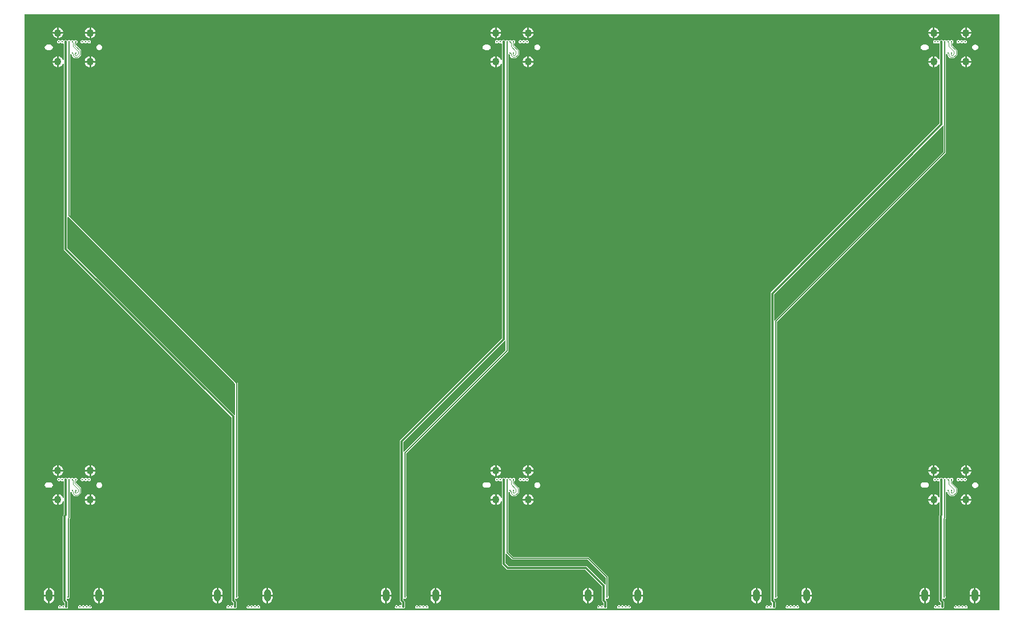
<source format=gbr>
%TF.GenerationSoftware,Altium Limited,Altium Designer,22.5.1 (42)*%
G04 Layer_Physical_Order=3*
G04 Layer_Color=9306309*
%FSLAX26Y26*%
%MOIN*%
%TF.SameCoordinates,0DA79311-8CAD-460E-879A-7D23F4F2BAF0*%
%TF.FilePolarity,Positive*%
%TF.FileFunction,Copper,L3,Inr,Signal*%
%TF.Part,Single*%
G01*
G75*
%TA.AperFunction,Conductor*%
%ADD10C,0.005906*%
%ADD14C,0.011811*%
%TA.AperFunction,ComponentPad*%
%ADD16C,0.043307*%
%ADD17O,0.039370X0.070866*%
%TA.AperFunction,ViaPad*%
%ADD18C,0.011811*%
%TA.AperFunction,Conductor*%
%ADD19C,0.004921*%
G36*
X6982802Y3403049D02*
X1284939D01*
Y6884377D01*
X6982802D01*
Y3403049D01*
D02*
G37*
%LPC*%
G36*
X6792402Y6808989D02*
Y6782559D01*
X6818832D01*
X6816898Y6789777D01*
X6812731Y6796995D01*
X6806837Y6802888D01*
X6799619Y6807055D01*
X6792402Y6808989D01*
D02*
G37*
G36*
X6782402D02*
X6775184Y6807055D01*
X6767966Y6802888D01*
X6762073Y6796995D01*
X6757905Y6789777D01*
X6755971Y6782559D01*
X6782402D01*
Y6808989D01*
D02*
G37*
G36*
X6603425D02*
Y6782559D01*
X6629856D01*
X6627922Y6789777D01*
X6623754Y6796995D01*
X6617861Y6802888D01*
X6610643Y6807055D01*
X6603425Y6808989D01*
D02*
G37*
G36*
X6593425D02*
X6586207Y6807055D01*
X6578989Y6802888D01*
X6573096Y6796995D01*
X6568929Y6789777D01*
X6566995Y6782559D01*
X6593425D01*
Y6808989D01*
D02*
G37*
G36*
X4233346D02*
Y6782559D01*
X4259777D01*
X4257843Y6789777D01*
X4253676Y6796995D01*
X4247782Y6802888D01*
X4240564Y6807055D01*
X4233346Y6808989D01*
D02*
G37*
G36*
X4223346D02*
X4216129Y6807055D01*
X4208911Y6802888D01*
X4203017Y6796995D01*
X4198850Y6789777D01*
X4196916Y6782559D01*
X4223346D01*
Y6808989D01*
D02*
G37*
G36*
X4044370D02*
Y6782559D01*
X4070800D01*
X4068866Y6789777D01*
X4064699Y6796995D01*
X4058806Y6802888D01*
X4051588Y6807055D01*
X4044370Y6808989D01*
D02*
G37*
G36*
X4034370D02*
X4027152Y6807055D01*
X4019934Y6802888D01*
X4014041Y6796995D01*
X4009874Y6789777D01*
X4007940Y6782559D01*
X4034370D01*
Y6808989D01*
D02*
G37*
G36*
X1674291D02*
Y6782559D01*
X1700722D01*
X1698788Y6789777D01*
X1694620Y6796995D01*
X1688727Y6802888D01*
X1681509Y6807055D01*
X1674291Y6808989D01*
D02*
G37*
G36*
X1664291D02*
X1657073Y6807055D01*
X1649856Y6802888D01*
X1643962Y6796995D01*
X1639795Y6789777D01*
X1637861Y6782559D01*
X1664291D01*
Y6808989D01*
D02*
G37*
G36*
X1485315D02*
Y6782559D01*
X1511745D01*
X1509811Y6789777D01*
X1505644Y6796995D01*
X1499751Y6802888D01*
X1492533Y6807055D01*
X1485315Y6808989D01*
D02*
G37*
G36*
X1475315D02*
X1468097Y6807055D01*
X1460879Y6802888D01*
X1454986Y6796995D01*
X1450819Y6789777D01*
X1448884Y6782559D01*
X1475315D01*
Y6808989D01*
D02*
G37*
G36*
X6818832Y6772559D02*
X6792402D01*
Y6746129D01*
X6799619Y6748063D01*
X6806837Y6752230D01*
X6812731Y6758123D01*
X6816898Y6765341D01*
X6818832Y6772559D01*
D02*
G37*
G36*
X6782402D02*
X6755971D01*
X6757905Y6765341D01*
X6762073Y6758123D01*
X6767966Y6752230D01*
X6775184Y6748063D01*
X6782402Y6746129D01*
Y6772559D01*
D02*
G37*
G36*
X6629856D02*
X6603425D01*
Y6746129D01*
X6610643Y6748063D01*
X6617861Y6752230D01*
X6623754Y6758123D01*
X6627922Y6765341D01*
X6629856Y6772559D01*
D02*
G37*
G36*
X6593425D02*
X6566995D01*
X6568929Y6765341D01*
X6573096Y6758123D01*
X6578989Y6752230D01*
X6586207Y6748063D01*
X6593425Y6746129D01*
Y6772559D01*
D02*
G37*
G36*
X4259777D02*
X4233346D01*
Y6746129D01*
X4240564Y6748063D01*
X4247782Y6752230D01*
X4253676Y6758123D01*
X4257843Y6765341D01*
X4259777Y6772559D01*
D02*
G37*
G36*
X4223346D02*
X4196916D01*
X4198850Y6765341D01*
X4203017Y6758123D01*
X4208911Y6752230D01*
X4216129Y6748063D01*
X4223346Y6746129D01*
Y6772559D01*
D02*
G37*
G36*
X4070800D02*
X4044370D01*
Y6746129D01*
X4051588Y6748063D01*
X4058806Y6752230D01*
X4064699Y6758123D01*
X4068866Y6765341D01*
X4070800Y6772559D01*
D02*
G37*
G36*
X4034370D02*
X4007940D01*
X4009874Y6765341D01*
X4014041Y6758123D01*
X4019934Y6752230D01*
X4027152Y6748063D01*
X4034370Y6746129D01*
Y6772559D01*
D02*
G37*
G36*
X1700722D02*
X1674291D01*
Y6746129D01*
X1681509Y6748063D01*
X1688727Y6752230D01*
X1694620Y6758123D01*
X1698788Y6765341D01*
X1700722Y6772559D01*
D02*
G37*
G36*
X1664291D02*
X1637861D01*
X1639795Y6765341D01*
X1643962Y6758123D01*
X1649856Y6752230D01*
X1657073Y6748063D01*
X1664291Y6746129D01*
Y6772559D01*
D02*
G37*
G36*
X1511745D02*
X1485315D01*
Y6746129D01*
X1492533Y6748063D01*
X1499751Y6752230D01*
X1505644Y6758123D01*
X1509811Y6765341D01*
X1511745Y6772559D01*
D02*
G37*
G36*
X1475315D02*
X1448884D01*
X1450819Y6765341D01*
X1454986Y6758123D01*
X1460879Y6752230D01*
X1468097Y6748063D01*
X1475315Y6746129D01*
Y6772559D01*
D02*
G37*
G36*
X6643701Y6735827D02*
X6642712Y6735630D01*
X6641704D01*
X6640772Y6735244D01*
X6639784Y6735047D01*
X6638945Y6734488D01*
X6638014Y6734102D01*
X6637301Y6733389D01*
X6636923Y6733136D01*
X6636129Y6732793D01*
X6632804Y6732441D01*
X6631597Y6732616D01*
X6630501Y6733024D01*
X6629591Y6733935D01*
X6625974Y6735433D01*
X6622058D01*
X6618440Y6733935D01*
X6617379Y6732873D01*
X6614173Y6731710D01*
X6610967Y6732873D01*
X6609906Y6733935D01*
X6606288Y6735433D01*
X6602373D01*
X6598755Y6733935D01*
X6595987Y6731166D01*
X6594488Y6727548D01*
Y6723633D01*
X6595987Y6720015D01*
X6598755Y6717247D01*
X6602373Y6715748D01*
X6606288D01*
X6609906Y6717247D01*
X6610967Y6718308D01*
X6614173Y6719471D01*
X6617379Y6718308D01*
X6618440Y6717247D01*
X6622058Y6715748D01*
X6625974D01*
X6628465Y6716780D01*
X6632074Y6715197D01*
X6633465Y6714049D01*
Y6619117D01*
X6628465Y6618458D01*
X6627922Y6620485D01*
X6623754Y6627703D01*
X6617861Y6633597D01*
X6610643Y6637764D01*
X6603425Y6639698D01*
Y6608268D01*
Y6576837D01*
X6610643Y6578771D01*
X6617861Y6582939D01*
X6623754Y6588832D01*
X6627922Y6596050D01*
X6628465Y6598077D01*
X6633465Y6597419D01*
Y6247350D01*
X5647290Y5261175D01*
X5645071Y5257854D01*
X5644292Y5253937D01*
Y3460138D01*
X5645071Y3456221D01*
X5647290Y3452900D01*
X5654134Y3446055D01*
Y3432801D01*
X5652743Y3431653D01*
X5649134Y3430070D01*
X5646643Y3431102D01*
X5642727D01*
X5639110Y3429604D01*
X5638049Y3428543D01*
X5634842Y3427379D01*
X5631636Y3428543D01*
X5630575Y3429604D01*
X5626958Y3431102D01*
X5623042D01*
X5619425Y3429604D01*
X5616656Y3426835D01*
X5615157Y3423218D01*
Y3419302D01*
X5616656Y3415684D01*
X5619425Y3412916D01*
X5623042Y3411417D01*
X5626958D01*
X5630575Y3412916D01*
X5631636Y3413977D01*
X5634842Y3415140D01*
X5638049Y3413977D01*
X5639110Y3412916D01*
X5642727Y3411417D01*
X5646643D01*
X5650260Y3412916D01*
X5651171Y3413826D01*
X5652900Y3414470D01*
X5656798Y3414057D01*
X5657592Y3413715D01*
X5657970Y3413462D01*
X5658683Y3412749D01*
X5659615Y3412363D01*
X5660453Y3411803D01*
X5661441Y3411606D01*
X5662373Y3411220D01*
X5663381D01*
X5664370Y3411024D01*
X5665359Y3411220D01*
X5666367D01*
X5667298Y3411606D01*
X5668287Y3411803D01*
X5669125Y3412363D01*
X5670057Y3412749D01*
X5670770Y3413462D01*
X5671608Y3414022D01*
X5672168Y3414860D01*
X5672881Y3415573D01*
X5673267Y3416504D01*
X5673827Y3417343D01*
X5674024Y3418331D01*
X5674409Y3419263D01*
Y3420271D01*
X5674606Y3421260D01*
Y3450295D01*
X5673827Y3454213D01*
X5671608Y3457533D01*
X5665333Y3463808D01*
X5665446Y3469095D01*
X5666021Y3469601D01*
X5669764Y3471291D01*
X5672216Y3470276D01*
X5676210D01*
X5679900Y3471804D01*
X5682724Y3474628D01*
X5684252Y3478318D01*
Y3482312D01*
X5682724Y3486002D01*
X5681438Y3487287D01*
Y5088543D01*
X6668495Y6075600D01*
X6670061Y6077944D01*
X6670611Y6080709D01*
Y6652244D01*
X6671448Y6652735D01*
X6675611Y6653777D01*
X6677496Y6651892D01*
X6680583Y6650613D01*
Y6645021D01*
X6681080Y6642525D01*
X6682494Y6640408D01*
X6692180Y6630722D01*
X6694296Y6629308D01*
X6696793Y6628812D01*
X6713070D01*
X6715567Y6629308D01*
X6717683Y6630722D01*
X6732270Y6645309D01*
X6733684Y6647426D01*
X6734181Y6649922D01*
Y6674697D01*
X6733684Y6677193D01*
X6732270Y6679309D01*
X6705243Y6706336D01*
Y6715967D01*
X6708331Y6717247D01*
X6711100Y6720015D01*
X6712599Y6723633D01*
Y6727548D01*
X6711100Y6731166D01*
X6708331Y6733935D01*
X6704714Y6735433D01*
X6700798D01*
X6697181Y6733935D01*
X6696120Y6732873D01*
X6692913Y6731710D01*
X6689707Y6732873D01*
X6688646Y6733935D01*
X6685029Y6735433D01*
X6681113D01*
X6677496Y6733935D01*
X6676585Y6733024D01*
X6673241Y6731778D01*
X6670104Y6733070D01*
X6669073Y6734102D01*
X6665383Y6735630D01*
X6661389D01*
X6657699Y6734102D01*
X6656810Y6733212D01*
X6655828Y6732799D01*
X6654728Y6732594D01*
X6651340Y6732804D01*
X6650312Y6733248D01*
X6650101Y6733389D01*
X6649388Y6734102D01*
X6648456Y6734488D01*
X6647618Y6735047D01*
X6646629Y6735244D01*
X6645698Y6735630D01*
X6644690D01*
X6643701Y6735827D01*
D02*
G37*
G36*
X4084646D02*
X4083657Y6735630D01*
X4082649D01*
X4081717Y6735244D01*
X4080729Y6735047D01*
X4079890Y6734488D01*
X4078959Y6734102D01*
X4078246Y6733389D01*
X4077868Y6733136D01*
X4077074Y6732793D01*
X4073176Y6732380D01*
X4071446Y6733024D01*
X4070536Y6733935D01*
X4066919Y6735433D01*
X4063003D01*
X4059385Y6733935D01*
X4058324Y6732873D01*
X4055118Y6731710D01*
X4051912Y6732873D01*
X4050851Y6733935D01*
X4047233Y6735433D01*
X4043318D01*
X4039700Y6733935D01*
X4036932Y6731166D01*
X4035433Y6727548D01*
Y6723633D01*
X4036932Y6720015D01*
X4039700Y6717247D01*
X4043318Y6715748D01*
X4047233D01*
X4050851Y6717247D01*
X4051912Y6718308D01*
X4055118Y6719471D01*
X4058324Y6718308D01*
X4059385Y6717247D01*
X4063003Y6715748D01*
X4066919D01*
X4069410Y6716780D01*
X4073018Y6715197D01*
X4074410Y6714049D01*
Y6619117D01*
X4069410Y6618458D01*
X4068866Y6620485D01*
X4064699Y6627703D01*
X4058806Y6633597D01*
X4051588Y6637764D01*
X4044370Y6639698D01*
Y6608268D01*
Y6576837D01*
X4051588Y6578771D01*
X4058806Y6582939D01*
X4064699Y6588832D01*
X4068866Y6596050D01*
X4069410Y6598077D01*
X4074410Y6597419D01*
Y4990460D01*
X3481935Y4397986D01*
X3479716Y4394665D01*
X3478937Y4390748D01*
Y3460138D01*
X3479716Y3456221D01*
X3481935Y3452900D01*
X3488780Y3446055D01*
Y3432801D01*
X3487388Y3431653D01*
X3483780Y3430070D01*
X3481289Y3431102D01*
X3477373D01*
X3473755Y3429604D01*
X3472694Y3428543D01*
X3469488Y3427379D01*
X3466282Y3428543D01*
X3465221Y3429604D01*
X3461603Y3431102D01*
X3457688D01*
X3454070Y3429604D01*
X3451302Y3426835D01*
X3449803Y3423218D01*
Y3419302D01*
X3451302Y3415684D01*
X3454070Y3412916D01*
X3457688Y3411417D01*
X3461603D01*
X3465221Y3412916D01*
X3466282Y3413977D01*
X3469488Y3415140D01*
X3472694Y3413977D01*
X3473755Y3412916D01*
X3477373Y3411417D01*
X3481289D01*
X3484906Y3412916D01*
X3485816Y3413826D01*
X3487546Y3414470D01*
X3491444Y3414057D01*
X3492238Y3413715D01*
X3492616Y3413462D01*
X3493329Y3412749D01*
X3494260Y3412363D01*
X3495099Y3411803D01*
X3496087Y3411606D01*
X3497019Y3411220D01*
X3498027D01*
X3499016Y3411024D01*
X3500005Y3411220D01*
X3501013D01*
X3501944Y3411606D01*
X3502933Y3411803D01*
X3503771Y3412363D01*
X3504703Y3412749D01*
X3505416Y3413462D01*
X3506254Y3414022D01*
X3506814Y3414860D01*
X3507527Y3415573D01*
X3507913Y3416504D01*
X3508473Y3417343D01*
X3508669Y3418331D01*
X3509055Y3419263D01*
Y3420271D01*
X3509252Y3421260D01*
Y3450295D01*
X3508473Y3454213D01*
X3506254Y3457533D01*
X3499979Y3463808D01*
X3500092Y3469095D01*
X3500667Y3469601D01*
X3504410Y3471291D01*
X3506861Y3470276D01*
X3510855D01*
X3514545Y3471804D01*
X3517369Y3474628D01*
X3518898Y3478318D01*
Y3482312D01*
X3517369Y3486002D01*
X3516084Y3487287D01*
Y4319842D01*
X4109440Y4913198D01*
X4111006Y4915542D01*
X4111556Y4918307D01*
Y6652244D01*
X4112393Y6652735D01*
X4116556Y6653777D01*
X4118440Y6651892D01*
X4121528Y6650613D01*
Y6645021D01*
X4122025Y6642525D01*
X4123439Y6640408D01*
X4133125Y6630722D01*
X4135241Y6629308D01*
X4137738Y6628812D01*
X4154015D01*
X4156511Y6629308D01*
X4158628Y6630722D01*
X4173215Y6645309D01*
X4174629Y6647426D01*
X4175125Y6649922D01*
Y6674697D01*
X4174629Y6677193D01*
X4173215Y6679309D01*
X4146188Y6706336D01*
Y6715967D01*
X4149276Y6717247D01*
X4152045Y6720015D01*
X4153543Y6723633D01*
Y6727548D01*
X4152045Y6731166D01*
X4149276Y6733935D01*
X4145659Y6735433D01*
X4141743D01*
X4138126Y6733935D01*
X4137065Y6732873D01*
X4133858Y6731710D01*
X4130652Y6732873D01*
X4129591Y6733935D01*
X4125974Y6735433D01*
X4122058D01*
X4118440Y6733935D01*
X4117530Y6733024D01*
X4114186Y6731778D01*
X4111049Y6733070D01*
X4110018Y6734102D01*
X4106328Y6735630D01*
X4102334D01*
X4098644Y6734102D01*
X4097755Y6733212D01*
X4096206Y6732561D01*
X4092285Y6732804D01*
X4091257Y6733248D01*
X4091046Y6733389D01*
X4090333Y6734102D01*
X4089401Y6734488D01*
X4088563Y6735047D01*
X4087574Y6735244D01*
X4086643Y6735630D01*
X4085635D01*
X4084646Y6735827D01*
D02*
G37*
G36*
X1525591D02*
X1524602Y6735630D01*
X1523593D01*
X1522662Y6735244D01*
X1521673Y6735047D01*
X1520835Y6734488D01*
X1519904Y6734102D01*
X1519191Y6733389D01*
X1518812Y6733136D01*
X1518019Y6732793D01*
X1514120Y6732380D01*
X1512391Y6733024D01*
X1511481Y6733935D01*
X1507863Y6735433D01*
X1503948D01*
X1500330Y6733935D01*
X1499269Y6732873D01*
X1496063Y6731710D01*
X1492857Y6732873D01*
X1491796Y6733935D01*
X1488178Y6735433D01*
X1484263D01*
X1480645Y6733935D01*
X1477876Y6731166D01*
X1476378Y6727548D01*
Y6723633D01*
X1477876Y6720015D01*
X1480645Y6717247D01*
X1484263Y6715748D01*
X1488178D01*
X1491796Y6717247D01*
X1492857Y6718308D01*
X1496063Y6719471D01*
X1499269Y6718308D01*
X1500330Y6717247D01*
X1503948Y6715748D01*
X1507863D01*
X1510354Y6716780D01*
X1513963Y6715197D01*
X1515354Y6714049D01*
Y6619117D01*
X1510354Y6618458D01*
X1509811Y6620485D01*
X1505644Y6627703D01*
X1499751Y6633597D01*
X1492533Y6637764D01*
X1485315Y6639698D01*
Y6608268D01*
Y6576837D01*
X1492533Y6578771D01*
X1499751Y6582939D01*
X1505644Y6588832D01*
X1509811Y6596050D01*
X1510354Y6598077D01*
X1515354Y6597419D01*
Y5513779D01*
X1516134Y5509862D01*
X1518352Y5506542D01*
X2494685Y4530209D01*
Y3460138D01*
X2495464Y3456221D01*
X2497683Y3452900D01*
X2504528Y3446055D01*
Y3432801D01*
X2503136Y3431653D01*
X2499528Y3430070D01*
X2497037Y3431102D01*
X2493121D01*
X2489503Y3429604D01*
X2488442Y3428543D01*
X2485236Y3427379D01*
X2482030Y3428543D01*
X2480969Y3429604D01*
X2477351Y3431102D01*
X2473436D01*
X2469818Y3429604D01*
X2467050Y3426835D01*
X2465551Y3423218D01*
Y3419302D01*
X2467050Y3415684D01*
X2469818Y3412916D01*
X2473436Y3411417D01*
X2477351D01*
X2480969Y3412916D01*
X2482030Y3413977D01*
X2485236Y3415140D01*
X2488442Y3413977D01*
X2489503Y3412916D01*
X2493121Y3411417D01*
X2497037D01*
X2500654Y3412916D01*
X2501564Y3413826D01*
X2502660Y3414234D01*
X2503867Y3414410D01*
X2507192Y3414057D01*
X2507986Y3413715D01*
X2508364Y3413462D01*
X2509077Y3412749D01*
X2510008Y3412363D01*
X2510847Y3411803D01*
X2511835Y3411606D01*
X2512767Y3411220D01*
X2513775D01*
X2514764Y3411024D01*
X2515753Y3411220D01*
X2516761D01*
X2517692Y3411606D01*
X2518681Y3411803D01*
X2519519Y3412363D01*
X2520451Y3412749D01*
X2521164Y3413462D01*
X2522002Y3414022D01*
X2522562Y3414860D01*
X2523275Y3415573D01*
X2523661Y3416504D01*
X2524221Y3417343D01*
X2524417Y3418331D01*
X2524803Y3419263D01*
Y3420271D01*
X2525000Y3421260D01*
Y3450295D01*
X2524221Y3454213D01*
X2522002Y3457533D01*
X2515727Y3463808D01*
X2515840Y3469095D01*
X2516415Y3469601D01*
X2520157Y3471291D01*
X2522609Y3470276D01*
X2526603D01*
X2530293Y3471804D01*
X2533117Y3474628D01*
X2534646Y3478318D01*
Y3482312D01*
X2533117Y3486002D01*
X2531832Y3487287D01*
Y4728346D01*
X2531282Y4731111D01*
X2529715Y4733456D01*
X1552501Y5710670D01*
Y6652244D01*
X1553338Y6652735D01*
X1557501Y6653777D01*
X1559385Y6651892D01*
X1562473Y6650613D01*
Y6645021D01*
X1562970Y6642525D01*
X1564384Y6640408D01*
X1574070Y6630722D01*
X1576186Y6629308D01*
X1578682Y6628812D01*
X1594960D01*
X1597456Y6629308D01*
X1599572Y6630722D01*
X1614160Y6645309D01*
X1615574Y6647426D01*
X1616070Y6649922D01*
Y6674697D01*
X1615574Y6677193D01*
X1614160Y6679309D01*
X1587133Y6706336D01*
Y6715967D01*
X1590221Y6717247D01*
X1592990Y6720015D01*
X1594488Y6723633D01*
Y6727548D01*
X1592990Y6731166D01*
X1590221Y6733935D01*
X1586603Y6735433D01*
X1582688D01*
X1579070Y6733935D01*
X1578009Y6732873D01*
X1574803Y6731710D01*
X1571597Y6732873D01*
X1570536Y6733935D01*
X1566918Y6735433D01*
X1563003D01*
X1559385Y6733935D01*
X1558475Y6733024D01*
X1555130Y6731778D01*
X1551994Y6733070D01*
X1550962Y6734102D01*
X1547273Y6735630D01*
X1543278D01*
X1539589Y6734102D01*
X1538699Y6733212D01*
X1537151Y6732561D01*
X1533229Y6732804D01*
X1532202Y6733248D01*
X1531990Y6733389D01*
X1531277Y6734102D01*
X1530346Y6734488D01*
X1529508Y6735047D01*
X1528519Y6735244D01*
X1527588Y6735630D01*
X1526579D01*
X1525591Y6735827D01*
D02*
G37*
G36*
X6744123Y6735630D02*
X6740129D01*
X6736439Y6734102D01*
X6733615Y6731278D01*
X6732087Y6727588D01*
Y6723594D01*
X6733615Y6719904D01*
X6736439Y6717080D01*
X6740129Y6715551D01*
X6744123D01*
X6747813Y6717080D01*
X6748844Y6718111D01*
X6751981Y6719403D01*
X6755325Y6718157D01*
X6756236Y6717247D01*
X6759853Y6715748D01*
X6763769D01*
X6767386Y6717247D01*
X6768447Y6718308D01*
X6771654Y6719471D01*
X6774860Y6718308D01*
X6775921Y6717247D01*
X6779538Y6715748D01*
X6783454D01*
X6787071Y6717247D01*
X6789840Y6720015D01*
X6791339Y6723633D01*
Y6727548D01*
X6789840Y6731166D01*
X6787071Y6733935D01*
X6783454Y6735433D01*
X6779538D01*
X6775921Y6733935D01*
X6774860Y6732873D01*
X6771654Y6731710D01*
X6768447Y6732873D01*
X6767386Y6733935D01*
X6763769Y6735433D01*
X6759853D01*
X6756236Y6733935D01*
X6755325Y6733024D01*
X6751981Y6731778D01*
X6748844Y6733071D01*
X6747813Y6734102D01*
X6744123Y6735630D01*
D02*
G37*
G36*
X4185068D02*
X4181074D01*
X4177384Y6734102D01*
X4174560Y6731278D01*
X4173032Y6727588D01*
Y6723594D01*
X4174560Y6719904D01*
X4177384Y6717080D01*
X4181074Y6715551D01*
X4185068D01*
X4188758Y6717080D01*
X4189789Y6718111D01*
X4192926Y6719403D01*
X4196270Y6718157D01*
X4197181Y6717247D01*
X4200798Y6715748D01*
X4204714D01*
X4208331Y6717247D01*
X4209392Y6718308D01*
X4212599Y6719471D01*
X4215805Y6718308D01*
X4216866Y6717247D01*
X4220483Y6715748D01*
X4224399D01*
X4228016Y6717247D01*
X4230785Y6720015D01*
X4232283Y6723633D01*
Y6727548D01*
X4230785Y6731166D01*
X4228016Y6733935D01*
X4224399Y6735433D01*
X4220483D01*
X4216866Y6733935D01*
X4215805Y6732873D01*
X4212598Y6731710D01*
X4209392Y6732873D01*
X4208331Y6733935D01*
X4204714Y6735433D01*
X4200798D01*
X4197181Y6733935D01*
X4196270Y6733024D01*
X4192926Y6731778D01*
X4189789Y6733071D01*
X4188758Y6734102D01*
X4185068Y6735630D01*
D02*
G37*
G36*
X1626013D02*
X1622019D01*
X1618329Y6734102D01*
X1615505Y6731278D01*
X1613976Y6727588D01*
Y6723594D01*
X1615505Y6719904D01*
X1618329Y6717080D01*
X1622019Y6715551D01*
X1626013D01*
X1629703Y6717080D01*
X1630734Y6718111D01*
X1633870Y6719403D01*
X1637215Y6718157D01*
X1638125Y6717247D01*
X1641743Y6715748D01*
X1645659D01*
X1649276Y6717247D01*
X1650337Y6718308D01*
X1653543Y6719471D01*
X1656749Y6718308D01*
X1657811Y6717247D01*
X1661428Y6715748D01*
X1665344D01*
X1668961Y6717247D01*
X1671730Y6720015D01*
X1673228Y6723633D01*
Y6727548D01*
X1671730Y6731166D01*
X1668961Y6733935D01*
X1665344Y6735433D01*
X1661428D01*
X1657811Y6733935D01*
X1656749Y6732873D01*
X1653543Y6731710D01*
X1650337Y6732873D01*
X1649276Y6733935D01*
X1645659Y6735433D01*
X1641743D01*
X1638125Y6733935D01*
X1637215Y6733024D01*
X1633870Y6731778D01*
X1630734Y6733071D01*
X1629703Y6734102D01*
X1626013Y6735630D01*
D02*
G37*
G36*
X6553543Y6708769D02*
X6537008D01*
X6530940Y6707562D01*
X6525796Y6704125D01*
X6522359Y6698981D01*
X6521152Y6692913D01*
X6522359Y6686846D01*
X6525796Y6681702D01*
X6530940Y6678265D01*
X6537008Y6677057D01*
X6553543D01*
X6559611Y6678265D01*
X6564755Y6681702D01*
X6568192Y6686846D01*
X6569399Y6692913D01*
X6568192Y6698981D01*
X6564755Y6704125D01*
X6559611Y6707562D01*
X6553543Y6708769D01*
D02*
G37*
G36*
X3994488D02*
X3977953D01*
X3971885Y6707562D01*
X3966741Y6704125D01*
X3963304Y6698981D01*
X3962097Y6692913D01*
X3963304Y6686846D01*
X3966741Y6681702D01*
X3971885Y6678265D01*
X3977953Y6677057D01*
X3994488D01*
X4000556Y6678265D01*
X4005700Y6681702D01*
X4009137Y6686846D01*
X4010344Y6692913D01*
X4009137Y6698981D01*
X4005700Y6704125D01*
X4000556Y6707562D01*
X3994488Y6708769D01*
D02*
G37*
G36*
X1435433D02*
X1418898D01*
X1412830Y6707562D01*
X1407686Y6704125D01*
X1404249Y6698981D01*
X1403042Y6692913D01*
X1404249Y6686846D01*
X1407686Y6681702D01*
X1412830Y6678265D01*
X1418898Y6677057D01*
X1435433D01*
X1441501Y6678265D01*
X1446645Y6681702D01*
X1450082Y6686846D01*
X1451289Y6692913D01*
X1450082Y6698981D01*
X1446645Y6704125D01*
X1441501Y6707562D01*
X1435433Y6708769D01*
D02*
G37*
G36*
X6843958Y6710039D02*
X6837145D01*
X6830850Y6707432D01*
X6826033Y6702614D01*
X6823425Y6696320D01*
Y6689507D01*
X6826033Y6683212D01*
X6830850Y6678395D01*
X6837145Y6675787D01*
X6843958D01*
X6850252Y6678395D01*
X6855070Y6683212D01*
X6857677Y6689507D01*
Y6696320D01*
X6855070Y6702614D01*
X6850252Y6707432D01*
X6843958Y6710039D01*
D02*
G37*
G36*
X4284903D02*
X4278090D01*
X4271795Y6707432D01*
X4266977Y6702614D01*
X4264370Y6696320D01*
Y6689507D01*
X4266977Y6683212D01*
X4271795Y6678395D01*
X4278090Y6675787D01*
X4284903D01*
X4291197Y6678395D01*
X4296015Y6683212D01*
X4298622Y6689507D01*
Y6696320D01*
X4296015Y6702614D01*
X4291197Y6707432D01*
X4284903Y6710039D01*
D02*
G37*
G36*
X1725848D02*
X1719034D01*
X1712740Y6707432D01*
X1707922Y6702614D01*
X1705315Y6696320D01*
Y6689507D01*
X1707922Y6683212D01*
X1712740Y6678395D01*
X1719034Y6675787D01*
X1725848D01*
X1732142Y6678395D01*
X1736960Y6683212D01*
X1739567Y6689507D01*
Y6696320D01*
X1736960Y6702614D01*
X1732142Y6707432D01*
X1725848Y6710039D01*
D02*
G37*
G36*
X6792402Y6639698D02*
Y6613268D01*
X6818832D01*
X6816898Y6620485D01*
X6812731Y6627703D01*
X6806837Y6633597D01*
X6799619Y6637764D01*
X6792402Y6639698D01*
D02*
G37*
G36*
X6782402D02*
X6775184Y6637764D01*
X6767966Y6633597D01*
X6762073Y6627703D01*
X6757905Y6620485D01*
X6755971Y6613268D01*
X6782402D01*
Y6639698D01*
D02*
G37*
G36*
X6593425D02*
X6586207Y6637764D01*
X6578989Y6633597D01*
X6573096Y6627703D01*
X6568929Y6620485D01*
X6566995Y6613268D01*
X6593425D01*
Y6639698D01*
D02*
G37*
G36*
X4233346D02*
Y6613268D01*
X4259777D01*
X4257843Y6620485D01*
X4253676Y6627703D01*
X4247782Y6633597D01*
X4240564Y6637764D01*
X4233346Y6639698D01*
D02*
G37*
G36*
X4223346D02*
X4216129Y6637764D01*
X4208911Y6633597D01*
X4203017Y6627703D01*
X4198850Y6620485D01*
X4196916Y6613268D01*
X4223346D01*
Y6639698D01*
D02*
G37*
G36*
X4034370D02*
X4027152Y6637764D01*
X4019934Y6633597D01*
X4014041Y6627703D01*
X4009874Y6620485D01*
X4007940Y6613268D01*
X4034370D01*
Y6639698D01*
D02*
G37*
G36*
X1674291D02*
Y6613268D01*
X1700722D01*
X1698788Y6620485D01*
X1694620Y6627703D01*
X1688727Y6633597D01*
X1681509Y6637764D01*
X1674291Y6639698D01*
D02*
G37*
G36*
X1664291D02*
X1657073Y6637764D01*
X1649856Y6633597D01*
X1643962Y6627703D01*
X1639795Y6620485D01*
X1637861Y6613268D01*
X1664291D01*
Y6639698D01*
D02*
G37*
G36*
X1475315D02*
X1468097Y6637764D01*
X1460879Y6633597D01*
X1454986Y6627703D01*
X1450819Y6620485D01*
X1448884Y6613268D01*
X1475315D01*
Y6639698D01*
D02*
G37*
G36*
X6818832Y6603268D02*
X6792402D01*
Y6576837D01*
X6799619Y6578771D01*
X6806837Y6582939D01*
X6812731Y6588832D01*
X6816898Y6596050D01*
X6818832Y6603268D01*
D02*
G37*
G36*
X6782402D02*
X6755971D01*
X6757905Y6596050D01*
X6762073Y6588832D01*
X6767966Y6582939D01*
X6775184Y6578771D01*
X6782402Y6576837D01*
Y6603268D01*
D02*
G37*
G36*
X6593425D02*
X6566995D01*
X6568929Y6596050D01*
X6573096Y6588832D01*
X6578989Y6582939D01*
X6586207Y6578771D01*
X6593425Y6576837D01*
Y6603268D01*
D02*
G37*
G36*
X4259777D02*
X4233346D01*
Y6576837D01*
X4240564Y6578771D01*
X4247782Y6582939D01*
X4253676Y6588832D01*
X4257843Y6596050D01*
X4259777Y6603268D01*
D02*
G37*
G36*
X4223346D02*
X4196916D01*
X4198850Y6596050D01*
X4203017Y6588832D01*
X4208911Y6582939D01*
X4216129Y6578771D01*
X4223346Y6576837D01*
Y6603268D01*
D02*
G37*
G36*
X4034370D02*
X4007940D01*
X4009874Y6596050D01*
X4014041Y6588832D01*
X4019934Y6582939D01*
X4027152Y6578771D01*
X4034370Y6576837D01*
Y6603268D01*
D02*
G37*
G36*
X1700722D02*
X1674291D01*
Y6576837D01*
X1681509Y6578771D01*
X1688727Y6582939D01*
X1694620Y6588832D01*
X1698788Y6596050D01*
X1700722Y6603268D01*
D02*
G37*
G36*
X1664291D02*
X1637861D01*
X1639795Y6596050D01*
X1643962Y6588832D01*
X1649856Y6582939D01*
X1657073Y6578771D01*
X1664291Y6576837D01*
Y6603268D01*
D02*
G37*
G36*
X1475315D02*
X1448884D01*
X1450819Y6596050D01*
X1454986Y6588832D01*
X1460879Y6582939D01*
X1468097Y6578771D01*
X1475315Y6576837D01*
Y6603268D01*
D02*
G37*
G36*
X6792402Y4249934D02*
Y4223504D01*
X6818832D01*
X6816898Y4230722D01*
X6812731Y4237940D01*
X6806837Y4243833D01*
X6799619Y4248000D01*
X6792402Y4249934D01*
D02*
G37*
G36*
X6782402D02*
X6775184Y4248000D01*
X6767966Y4243833D01*
X6762073Y4237940D01*
X6757905Y4230722D01*
X6755971Y4223504D01*
X6782402D01*
Y4249934D01*
D02*
G37*
G36*
X6603425D02*
Y4223504D01*
X6629856D01*
X6627922Y4230722D01*
X6623754Y4237940D01*
X6617861Y4243833D01*
X6610643Y4248000D01*
X6603425Y4249934D01*
D02*
G37*
G36*
X6593425D02*
X6586207Y4248000D01*
X6578989Y4243833D01*
X6573096Y4237940D01*
X6568929Y4230722D01*
X6566995Y4223504D01*
X6593425D01*
Y4249934D01*
D02*
G37*
G36*
X4233346D02*
Y4223504D01*
X4259777D01*
X4257843Y4230722D01*
X4253676Y4237940D01*
X4247782Y4243833D01*
X4240564Y4248000D01*
X4233346Y4249934D01*
D02*
G37*
G36*
X4223346D02*
X4216129Y4248000D01*
X4208911Y4243833D01*
X4203017Y4237940D01*
X4198850Y4230722D01*
X4196916Y4223504D01*
X4223346D01*
Y4249934D01*
D02*
G37*
G36*
X4044370D02*
Y4223504D01*
X4070800D01*
X4068866Y4230722D01*
X4064699Y4237940D01*
X4058806Y4243833D01*
X4051588Y4248000D01*
X4044370Y4249934D01*
D02*
G37*
G36*
X4034370D02*
X4027152Y4248000D01*
X4019934Y4243833D01*
X4014041Y4237940D01*
X4009874Y4230722D01*
X4007940Y4223504D01*
X4034370D01*
Y4249934D01*
D02*
G37*
G36*
X1674291D02*
Y4223504D01*
X1700722D01*
X1698788Y4230722D01*
X1694620Y4237940D01*
X1688727Y4243833D01*
X1681509Y4248000D01*
X1674291Y4249934D01*
D02*
G37*
G36*
X1664291D02*
X1657073Y4248000D01*
X1649856Y4243833D01*
X1643962Y4237940D01*
X1639795Y4230722D01*
X1637861Y4223504D01*
X1664291D01*
Y4249934D01*
D02*
G37*
G36*
X1485315D02*
Y4223504D01*
X1511745D01*
X1509811Y4230722D01*
X1505644Y4237940D01*
X1499751Y4243833D01*
X1492533Y4248000D01*
X1485315Y4249934D01*
D02*
G37*
G36*
X1475315D02*
X1468097Y4248000D01*
X1460879Y4243833D01*
X1454986Y4237940D01*
X1450819Y4230722D01*
X1448884Y4223504D01*
X1475315D01*
Y4249934D01*
D02*
G37*
G36*
X6818832Y4213504D02*
X6792402D01*
Y4187074D01*
X6799619Y4189008D01*
X6806837Y4193175D01*
X6812731Y4199068D01*
X6816898Y4206286D01*
X6818832Y4213504D01*
D02*
G37*
G36*
X6782402D02*
X6755971D01*
X6757905Y4206286D01*
X6762073Y4199068D01*
X6767966Y4193175D01*
X6775184Y4189008D01*
X6782402Y4187074D01*
Y4213504D01*
D02*
G37*
G36*
X6629856D02*
X6603425D01*
Y4187074D01*
X6610643Y4189008D01*
X6617861Y4193175D01*
X6623754Y4199068D01*
X6627922Y4206286D01*
X6629856Y4213504D01*
D02*
G37*
G36*
X6593425D02*
X6566995D01*
X6568929Y4206286D01*
X6573096Y4199068D01*
X6578989Y4193175D01*
X6586207Y4189008D01*
X6593425Y4187074D01*
Y4213504D01*
D02*
G37*
G36*
X4259777D02*
X4233346D01*
Y4187074D01*
X4240564Y4189008D01*
X4247782Y4193175D01*
X4253676Y4199068D01*
X4257843Y4206286D01*
X4259777Y4213504D01*
D02*
G37*
G36*
X4223346D02*
X4196916D01*
X4198850Y4206286D01*
X4203017Y4199068D01*
X4208911Y4193175D01*
X4216129Y4189008D01*
X4223346Y4187074D01*
Y4213504D01*
D02*
G37*
G36*
X4070800D02*
X4044370D01*
Y4187074D01*
X4051588Y4189008D01*
X4058806Y4193175D01*
X4064699Y4199068D01*
X4068866Y4206286D01*
X4070800Y4213504D01*
D02*
G37*
G36*
X4034370D02*
X4007940D01*
X4009874Y4206286D01*
X4014041Y4199068D01*
X4019934Y4193175D01*
X4027152Y4189008D01*
X4034370Y4187074D01*
Y4213504D01*
D02*
G37*
G36*
X1700722D02*
X1674291D01*
Y4187074D01*
X1681509Y4189008D01*
X1688727Y4193175D01*
X1694620Y4199068D01*
X1698788Y4206286D01*
X1700722Y4213504D01*
D02*
G37*
G36*
X1664291D02*
X1637861D01*
X1639795Y4206286D01*
X1643962Y4199068D01*
X1649856Y4193175D01*
X1657073Y4189008D01*
X1664291Y4187074D01*
Y4213504D01*
D02*
G37*
G36*
X1511745D02*
X1485315D01*
Y4187074D01*
X1492533Y4189008D01*
X1499751Y4193175D01*
X1505644Y4199068D01*
X1509811Y4206286D01*
X1511745Y4213504D01*
D02*
G37*
G36*
X1475315D02*
X1448884D01*
X1450819Y4206286D01*
X1454986Y4199068D01*
X1460879Y4193175D01*
X1468097Y4189008D01*
X1475315Y4187074D01*
Y4213504D01*
D02*
G37*
G36*
X6643701Y4176772D02*
X6642712Y4176575D01*
X6641704D01*
X6640772Y4176189D01*
X6639784Y4175992D01*
X6638945Y4175432D01*
X6638014Y4175047D01*
X6637301Y4174333D01*
X6636923Y4174081D01*
X6636129Y4173738D01*
X6632231Y4173325D01*
X6630501Y4173969D01*
X6629591Y4174880D01*
X6625974Y4176378D01*
X6622058D01*
X6618440Y4174880D01*
X6617379Y4173818D01*
X6614173Y4172655D01*
X6610967Y4173818D01*
X6609906Y4174880D01*
X6606288Y4176378D01*
X6602373D01*
X6598755Y4174880D01*
X6595987Y4172111D01*
X6594488Y4168493D01*
Y4164578D01*
X6595987Y4160960D01*
X6598755Y4158191D01*
X6602373Y4156693D01*
X6606288D01*
X6609906Y4158191D01*
X6610967Y4159253D01*
X6614173Y4160416D01*
X6617379Y4159253D01*
X6618440Y4158191D01*
X6622058Y4156693D01*
X6625974D01*
X6628465Y4157725D01*
X6632074Y4156142D01*
X6633465Y4154994D01*
Y4060062D01*
X6628465Y4059403D01*
X6627922Y4061430D01*
X6623754Y4068648D01*
X6617861Y4074542D01*
X6610643Y4078709D01*
X6603425Y4080643D01*
Y4049213D01*
Y4017782D01*
X6610643Y4019716D01*
X6617861Y4023883D01*
X6623754Y4029777D01*
X6627922Y4036995D01*
X6628465Y4039022D01*
X6633465Y4038364D01*
Y3961917D01*
X6631542Y3959994D01*
X6629323Y3956673D01*
X6628543Y3952756D01*
Y3459646D01*
X6629323Y3455729D01*
X6631542Y3452408D01*
X6638386Y3445563D01*
Y3432801D01*
X6636995Y3431653D01*
X6633386Y3430070D01*
X6630895Y3431102D01*
X6626979D01*
X6623362Y3429604D01*
X6622301Y3428543D01*
X6619094Y3427379D01*
X6615888Y3428543D01*
X6614827Y3429604D01*
X6611210Y3431102D01*
X6607294D01*
X6603677Y3429604D01*
X6600908Y3426835D01*
X6599409Y3423218D01*
Y3419302D01*
X6600908Y3415684D01*
X6603677Y3412916D01*
X6607294Y3411417D01*
X6611210D01*
X6614827Y3412916D01*
X6615888Y3413977D01*
X6619095Y3415140D01*
X6622301Y3413977D01*
X6623362Y3412916D01*
X6626979Y3411417D01*
X6630895D01*
X6634512Y3412916D01*
X6635423Y3413826D01*
X6637152Y3414470D01*
X6641050Y3414057D01*
X6641844Y3413715D01*
X6642222Y3413462D01*
X6642935Y3412749D01*
X6643867Y3412363D01*
X6644705Y3411803D01*
X6645694Y3411606D01*
X6646625Y3411220D01*
X6647633D01*
X6648622Y3411024D01*
X6649611Y3411220D01*
X6650619D01*
X6651551Y3411606D01*
X6652539Y3411803D01*
X6653377Y3412363D01*
X6654309Y3412749D01*
X6655022Y3413462D01*
X6655860Y3414022D01*
X6656420Y3414860D01*
X6657133Y3415573D01*
X6657519Y3416504D01*
X6658079Y3417343D01*
X6658276Y3418331D01*
X6658661Y3419263D01*
Y3420271D01*
X6658858Y3421260D01*
Y3449803D01*
X6658079Y3453720D01*
X6655860Y3457041D01*
X6649016Y3463886D01*
Y3469164D01*
X6650931Y3470468D01*
X6654016Y3471699D01*
X6656914Y3470499D01*
X6660908D01*
X6664598Y3472027D01*
X6667422Y3474852D01*
X6668950Y3478541D01*
Y3482535D01*
X6667422Y3486225D01*
X6666136Y3487511D01*
Y3934461D01*
X6668495Y3936820D01*
X6670061Y3939164D01*
X6670611Y3941929D01*
Y4093189D01*
X6671448Y4093680D01*
X6675611Y4094722D01*
X6677496Y4092837D01*
X6680583Y4091558D01*
Y4085966D01*
X6681080Y4083470D01*
X6682494Y4081353D01*
X6692180Y4071667D01*
X6694296Y4070253D01*
X6696793Y4069756D01*
X6713070D01*
X6715567Y4070253D01*
X6717683Y4071667D01*
X6732270Y4086254D01*
X6733684Y4088370D01*
X6734181Y4090867D01*
Y4115642D01*
X6733684Y4118138D01*
X6732270Y4120254D01*
X6705243Y4147280D01*
Y4156912D01*
X6708331Y4158191D01*
X6711100Y4160960D01*
X6712599Y4164578D01*
Y4168493D01*
X6711100Y4172111D01*
X6708331Y4174880D01*
X6704714Y4176378D01*
X6700798D01*
X6697181Y4174880D01*
X6696120Y4173818D01*
X6692913Y4172655D01*
X6689707Y4173818D01*
X6688646Y4174880D01*
X6685029Y4176378D01*
X6681113D01*
X6677496Y4174880D01*
X6676585Y4173969D01*
X6673241Y4172723D01*
X6670104Y4174015D01*
X6669073Y4175047D01*
X6665383Y4176575D01*
X6661389D01*
X6657699Y4175047D01*
X6656810Y4174157D01*
X6655261Y4173506D01*
X6651340Y4173749D01*
X6650312Y4174192D01*
X6650101Y4174333D01*
X6649388Y4175047D01*
X6648456Y4175432D01*
X6647618Y4175992D01*
X6646629Y4176189D01*
X6645698Y4176575D01*
X6644690D01*
X6643701Y4176772D01*
D02*
G37*
G36*
X4084646D02*
X4083657Y4176575D01*
X4082649D01*
X4081717Y4176189D01*
X4080729Y4175992D01*
X4079890Y4175432D01*
X4078959Y4175047D01*
X4078246Y4174333D01*
X4077868Y4174081D01*
X4077074Y4173738D01*
X4073176Y4173325D01*
X4071446Y4173969D01*
X4070536Y4174880D01*
X4066919Y4176378D01*
X4063003D01*
X4059385Y4174880D01*
X4058324Y4173818D01*
X4055118Y4172655D01*
X4051912Y4173818D01*
X4050851Y4174880D01*
X4047233Y4176378D01*
X4043318D01*
X4039700Y4174880D01*
X4036932Y4172111D01*
X4035433Y4168493D01*
Y4164578D01*
X4036932Y4160960D01*
X4039700Y4158191D01*
X4043318Y4156693D01*
X4047233D01*
X4050851Y4158191D01*
X4051912Y4159253D01*
X4055118Y4160416D01*
X4058324Y4159253D01*
X4059385Y4158191D01*
X4063003Y4156693D01*
X4066919D01*
X4069410Y4157725D01*
X4073018Y4156142D01*
X4074410Y4154994D01*
Y4060062D01*
X4069410Y4059403D01*
X4068866Y4061430D01*
X4064699Y4068648D01*
X4058806Y4074542D01*
X4051588Y4078709D01*
X4044370Y4080643D01*
Y4049213D01*
Y4017782D01*
X4051588Y4019716D01*
X4058806Y4023883D01*
X4064699Y4029777D01*
X4068866Y4036995D01*
X4069410Y4039022D01*
X4074410Y4038364D01*
Y3674213D01*
X4075189Y3670295D01*
X4077408Y3666975D01*
X4102998Y3641384D01*
X4106319Y3639165D01*
X4110236Y3638386D01*
X4562689D01*
X4660039Y3541036D01*
Y3460138D01*
X4660819Y3456221D01*
X4663038Y3452900D01*
X4669882Y3446055D01*
Y3432801D01*
X4668491Y3431653D01*
X4664882Y3430070D01*
X4662391Y3431102D01*
X4658475D01*
X4654858Y3429604D01*
X4653797Y3428543D01*
X4650590Y3427379D01*
X4647384Y3428543D01*
X4646323Y3429604D01*
X4642706Y3431102D01*
X4638790D01*
X4635173Y3429604D01*
X4632404Y3426835D01*
X4630905Y3423218D01*
Y3419302D01*
X4632404Y3415684D01*
X4635173Y3412916D01*
X4638790Y3411417D01*
X4642706D01*
X4646323Y3412916D01*
X4647384Y3413977D01*
X4650591Y3415140D01*
X4653797Y3413977D01*
X4654858Y3412916D01*
X4658475Y3411417D01*
X4662391D01*
X4666008Y3412916D01*
X4666919Y3413826D01*
X4668648Y3414470D01*
X4672546Y3414057D01*
X4673340Y3413715D01*
X4673718Y3413462D01*
X4674431Y3412749D01*
X4675363Y3412363D01*
X4676201Y3411803D01*
X4677190Y3411606D01*
X4678121Y3411220D01*
X4679129D01*
X4680118Y3411024D01*
X4681107Y3411220D01*
X4682115D01*
X4683047Y3411606D01*
X4684035Y3411803D01*
X4684873Y3412363D01*
X4685805Y3412749D01*
X4686518Y3413462D01*
X4687356Y3414022D01*
X4687916Y3414860D01*
X4688629Y3415573D01*
X4689015Y3416504D01*
X4689575Y3417343D01*
X4689772Y3418331D01*
X4690157Y3419263D01*
Y3420271D01*
X4690354Y3421260D01*
Y3450295D01*
X4689575Y3454213D01*
X4687356Y3457533D01*
X4681081Y3463808D01*
X4681194Y3469095D01*
X4681769Y3469601D01*
X4685512Y3471291D01*
X4687964Y3470276D01*
X4691958D01*
X4695648Y3471804D01*
X4698472Y3474628D01*
X4700000Y3478318D01*
Y3482312D01*
X4698472Y3486002D01*
X4697186Y3487287D01*
Y3594488D01*
X4696636Y3597253D01*
X4695070Y3599597D01*
X4582865Y3711802D01*
X4580521Y3713368D01*
X4577756Y3713918D01*
X4140788D01*
X4111556Y3743150D01*
Y4093189D01*
X4112393Y4093680D01*
X4116556Y4094722D01*
X4118440Y4092837D01*
X4121528Y4091558D01*
Y4085966D01*
X4122025Y4083470D01*
X4123439Y4081353D01*
X4133125Y4071667D01*
X4135241Y4070253D01*
X4137738Y4069756D01*
X4154015D01*
X4156511Y4070253D01*
X4158628Y4071667D01*
X4173215Y4086254D01*
X4174629Y4088370D01*
X4175125Y4090867D01*
Y4115642D01*
X4174629Y4118138D01*
X4173215Y4120254D01*
X4146188Y4147280D01*
Y4156912D01*
X4149276Y4158191D01*
X4152045Y4160960D01*
X4153543Y4164578D01*
Y4168493D01*
X4152045Y4172111D01*
X4149276Y4174880D01*
X4145659Y4176378D01*
X4141743D01*
X4138126Y4174880D01*
X4137065Y4173818D01*
X4133858Y4172655D01*
X4130652Y4173818D01*
X4129591Y4174880D01*
X4125974Y4176378D01*
X4122058D01*
X4118440Y4174880D01*
X4117530Y4173969D01*
X4114186Y4172723D01*
X4111049Y4174015D01*
X4110018Y4175047D01*
X4106328Y4176575D01*
X4102334D01*
X4098644Y4175047D01*
X4097755Y4174157D01*
X4096206Y4173506D01*
X4092285Y4173749D01*
X4091257Y4174192D01*
X4091046Y4174333D01*
X4090333Y4175047D01*
X4089401Y4175432D01*
X4088563Y4175992D01*
X4087574Y4176189D01*
X4086643Y4176575D01*
X4085635D01*
X4084646Y4176772D01*
D02*
G37*
G36*
X1525591D02*
X1524602Y4176575D01*
X1523593D01*
X1522662Y4176189D01*
X1521673Y4175992D01*
X1520835Y4175432D01*
X1519904Y4175047D01*
X1519191Y4174333D01*
X1518812Y4174081D01*
X1518019Y4173738D01*
X1514120Y4173325D01*
X1512391Y4173969D01*
X1511481Y4174880D01*
X1507863Y4176378D01*
X1503948D01*
X1500330Y4174880D01*
X1499269Y4173818D01*
X1496063Y4172655D01*
X1492857Y4173818D01*
X1491796Y4174880D01*
X1488178Y4176378D01*
X1484263D01*
X1480645Y4174880D01*
X1477876Y4172111D01*
X1476378Y4168493D01*
Y4164578D01*
X1477876Y4160960D01*
X1480645Y4158191D01*
X1484263Y4156693D01*
X1488178D01*
X1491796Y4158191D01*
X1492857Y4159253D01*
X1496063Y4160416D01*
X1499269Y4159253D01*
X1500330Y4158191D01*
X1503948Y4156693D01*
X1507863D01*
X1510354Y4157725D01*
X1513963Y4156142D01*
X1515354Y4154994D01*
Y4060062D01*
X1510354Y4059403D01*
X1509811Y4061430D01*
X1505644Y4068648D01*
X1499751Y4074542D01*
X1492533Y4078709D01*
X1485315Y4080643D01*
Y4049213D01*
Y4017782D01*
X1492533Y4019716D01*
X1499751Y4023883D01*
X1505644Y4029777D01*
X1509811Y4036995D01*
X1510354Y4039022D01*
X1515354Y4038364D01*
Y3961917D01*
X1513431Y3959994D01*
X1511212Y3956673D01*
X1510433Y3952756D01*
Y3459646D01*
X1511212Y3455729D01*
X1513431Y3452408D01*
X1520276Y3445563D01*
Y3432801D01*
X1518884Y3431653D01*
X1515275Y3430070D01*
X1512784Y3431102D01*
X1508869D01*
X1505251Y3429604D01*
X1504190Y3428543D01*
X1500984Y3427379D01*
X1497778Y3428543D01*
X1496717Y3429604D01*
X1493099Y3431102D01*
X1489184D01*
X1485566Y3429604D01*
X1482798Y3426835D01*
X1481299Y3423218D01*
Y3419302D01*
X1482798Y3415684D01*
X1485566Y3412916D01*
X1489184Y3411417D01*
X1493099D01*
X1496717Y3412916D01*
X1497778Y3413977D01*
X1500984Y3415140D01*
X1504190Y3413977D01*
X1505251Y3412916D01*
X1508869Y3411417D01*
X1512784D01*
X1516402Y3412916D01*
X1517312Y3413826D01*
X1519042Y3414470D01*
X1522940Y3414057D01*
X1523734Y3413715D01*
X1524112Y3413462D01*
X1524825Y3412749D01*
X1525756Y3412363D01*
X1526594Y3411803D01*
X1527583Y3411606D01*
X1528515Y3411220D01*
X1529523D01*
X1530512Y3411024D01*
X1531501Y3411220D01*
X1532509D01*
X1533440Y3411606D01*
X1534429Y3411803D01*
X1535267Y3412363D01*
X1536199Y3412749D01*
X1536912Y3413462D01*
X1537750Y3414022D01*
X1538310Y3414860D01*
X1539023Y3415573D01*
X1539409Y3416504D01*
X1539969Y3417343D01*
X1540165Y3418331D01*
X1540551Y3419263D01*
Y3420271D01*
X1540748Y3421260D01*
Y3449803D01*
X1539969Y3453720D01*
X1537750Y3457041D01*
X1531108Y3463683D01*
X1531207Y3468760D01*
X1532163Y3469601D01*
X1535906Y3471291D01*
X1538357Y3470276D01*
X1542351D01*
X1546041Y3471804D01*
X1548865Y3474628D01*
X1550394Y3478318D01*
Y3482312D01*
X1548865Y3486002D01*
X1548026Y3486841D01*
Y3934461D01*
X1550385Y3936820D01*
X1551951Y3939164D01*
X1552501Y3941929D01*
Y4093189D01*
X1553338Y4093680D01*
X1557501Y4094722D01*
X1559385Y4092837D01*
X1562473Y4091558D01*
Y4085966D01*
X1562970Y4083470D01*
X1564384Y4081353D01*
X1574070Y4071667D01*
X1576186Y4070253D01*
X1578682Y4069756D01*
X1594960D01*
X1597456Y4070253D01*
X1599572Y4071667D01*
X1614160Y4086254D01*
X1615574Y4088370D01*
X1616070Y4090867D01*
Y4115642D01*
X1615574Y4118138D01*
X1614160Y4120254D01*
X1587133Y4147280D01*
Y4156912D01*
X1590221Y4158191D01*
X1592990Y4160960D01*
X1594488Y4164578D01*
Y4168493D01*
X1592990Y4172111D01*
X1590221Y4174880D01*
X1586603Y4176378D01*
X1582688D01*
X1579070Y4174880D01*
X1578009Y4173818D01*
X1574803Y4172655D01*
X1571597Y4173818D01*
X1570536Y4174880D01*
X1566918Y4176378D01*
X1563003D01*
X1559385Y4174880D01*
X1558475Y4173969D01*
X1555130Y4172723D01*
X1551994Y4174015D01*
X1550962Y4175047D01*
X1547273Y4176575D01*
X1543278D01*
X1539589Y4175047D01*
X1538699Y4174157D01*
X1537151Y4173506D01*
X1533229Y4173749D01*
X1532202Y4174192D01*
X1531990Y4174333D01*
X1531277Y4175047D01*
X1530346Y4175432D01*
X1529508Y4175992D01*
X1528519Y4176189D01*
X1527588Y4176575D01*
X1526579D01*
X1525591Y4176772D01*
D02*
G37*
G36*
X6744123Y4176575D02*
X6740129D01*
X6736439Y4175047D01*
X6733615Y4172222D01*
X6732087Y4168533D01*
Y4164538D01*
X6733615Y4160849D01*
X6736439Y4158025D01*
X6740129Y4156496D01*
X6744123D01*
X6747813Y4158025D01*
X6748844Y4159056D01*
X6751981Y4160348D01*
X6755325Y4159102D01*
X6756236Y4158191D01*
X6759853Y4156693D01*
X6763769D01*
X6767386Y4158191D01*
X6768447Y4159253D01*
X6771654Y4160416D01*
X6774860Y4159253D01*
X6775921Y4158191D01*
X6779538Y4156693D01*
X6783454D01*
X6787071Y4158191D01*
X6789840Y4160960D01*
X6791339Y4164578D01*
Y4168493D01*
X6789840Y4172111D01*
X6787071Y4174880D01*
X6783454Y4176378D01*
X6779538D01*
X6775921Y4174880D01*
X6774860Y4173818D01*
X6771654Y4172655D01*
X6768447Y4173818D01*
X6767386Y4174880D01*
X6763769Y4176378D01*
X6759853D01*
X6756236Y4174880D01*
X6755325Y4173969D01*
X6751981Y4172723D01*
X6748844Y4174016D01*
X6747813Y4175047D01*
X6744123Y4176575D01*
D02*
G37*
G36*
X4185068D02*
X4181074D01*
X4177384Y4175047D01*
X4174560Y4172222D01*
X4173032Y4168533D01*
Y4164538D01*
X4174560Y4160849D01*
X4177384Y4158025D01*
X4181074Y4156496D01*
X4185068D01*
X4188758Y4158025D01*
X4189789Y4159056D01*
X4192926Y4160348D01*
X4196270Y4159102D01*
X4197181Y4158191D01*
X4200798Y4156693D01*
X4204714D01*
X4208331Y4158191D01*
X4209392Y4159253D01*
X4212599Y4160416D01*
X4215805Y4159253D01*
X4216866Y4158191D01*
X4220483Y4156693D01*
X4224399D01*
X4228016Y4158191D01*
X4230785Y4160960D01*
X4232283Y4164578D01*
Y4168493D01*
X4230785Y4172111D01*
X4228016Y4174880D01*
X4224399Y4176378D01*
X4220483D01*
X4216866Y4174880D01*
X4215805Y4173818D01*
X4212598Y4172655D01*
X4209392Y4173818D01*
X4208331Y4174880D01*
X4204714Y4176378D01*
X4200798D01*
X4197181Y4174880D01*
X4196270Y4173969D01*
X4192926Y4172723D01*
X4189789Y4174016D01*
X4188758Y4175047D01*
X4185068Y4176575D01*
D02*
G37*
G36*
X1626013D02*
X1622019D01*
X1618329Y4175047D01*
X1615505Y4172222D01*
X1613976Y4168533D01*
Y4164538D01*
X1615505Y4160849D01*
X1618329Y4158025D01*
X1622019Y4156496D01*
X1626013D01*
X1629703Y4158025D01*
X1630734Y4159056D01*
X1633870Y4160348D01*
X1637215Y4159102D01*
X1638125Y4158191D01*
X1641743Y4156693D01*
X1645659D01*
X1649276Y4158191D01*
X1650337Y4159253D01*
X1653543Y4160416D01*
X1656749Y4159253D01*
X1657811Y4158191D01*
X1661428Y4156693D01*
X1665344D01*
X1668961Y4158191D01*
X1671730Y4160960D01*
X1673228Y4164578D01*
Y4168493D01*
X1671730Y4172111D01*
X1668961Y4174880D01*
X1665344Y4176378D01*
X1661428D01*
X1657811Y4174880D01*
X1656749Y4173818D01*
X1653543Y4172655D01*
X1650337Y4173818D01*
X1649276Y4174880D01*
X1645659Y4176378D01*
X1641743D01*
X1638125Y4174880D01*
X1637215Y4173969D01*
X1633870Y4172723D01*
X1630734Y4174016D01*
X1629703Y4175047D01*
X1626013Y4176575D01*
D02*
G37*
G36*
X6553543Y4149714D02*
X6537008D01*
X6530940Y4148507D01*
X6525796Y4145070D01*
X6522359Y4139926D01*
X6521152Y4133858D01*
X6522359Y4127791D01*
X6525796Y4122646D01*
X6530940Y4119209D01*
X6537008Y4118002D01*
X6553543D01*
X6559611Y4119209D01*
X6564755Y4122646D01*
X6568192Y4127791D01*
X6569399Y4133858D01*
X6568192Y4139926D01*
X6564755Y4145070D01*
X6559611Y4148507D01*
X6553543Y4149714D01*
D02*
G37*
G36*
X3994488D02*
X3977953D01*
X3971885Y4148507D01*
X3966741Y4145070D01*
X3963304Y4139926D01*
X3962097Y4133858D01*
X3963304Y4127791D01*
X3966741Y4122646D01*
X3971885Y4119209D01*
X3977953Y4118002D01*
X3994488D01*
X4000556Y4119209D01*
X4005700Y4122646D01*
X4009137Y4127791D01*
X4010344Y4133858D01*
X4009137Y4139926D01*
X4005700Y4145070D01*
X4000556Y4148507D01*
X3994488Y4149714D01*
D02*
G37*
G36*
X1435433D02*
X1418898D01*
X1412830Y4148507D01*
X1407686Y4145070D01*
X1404249Y4139926D01*
X1403042Y4133858D01*
X1404249Y4127791D01*
X1407686Y4122646D01*
X1412830Y4119209D01*
X1418898Y4118002D01*
X1435433D01*
X1441501Y4119209D01*
X1446645Y4122646D01*
X1450082Y4127791D01*
X1451289Y4133858D01*
X1450082Y4139926D01*
X1446645Y4145070D01*
X1441501Y4148507D01*
X1435433Y4149714D01*
D02*
G37*
G36*
X6843958Y4150984D02*
X6837145D01*
X6830850Y4148377D01*
X6826033Y4143559D01*
X6823425Y4137265D01*
Y4130452D01*
X6826033Y4124157D01*
X6830850Y4119340D01*
X6837145Y4116732D01*
X6843958D01*
X6850252Y4119340D01*
X6855070Y4124157D01*
X6857677Y4130452D01*
Y4137265D01*
X6855070Y4143559D01*
X6850252Y4148377D01*
X6843958Y4150984D01*
D02*
G37*
G36*
X4284903D02*
X4278090D01*
X4271795Y4148377D01*
X4266977Y4143559D01*
X4264370Y4137265D01*
Y4130452D01*
X4266977Y4124157D01*
X4271795Y4119340D01*
X4278090Y4116732D01*
X4284903D01*
X4291197Y4119340D01*
X4296015Y4124157D01*
X4298622Y4130452D01*
Y4137265D01*
X4296015Y4143559D01*
X4291197Y4148377D01*
X4284903Y4150984D01*
D02*
G37*
G36*
X1725848D02*
X1719034D01*
X1712740Y4148377D01*
X1707922Y4143559D01*
X1705315Y4137265D01*
Y4130452D01*
X1707922Y4124157D01*
X1712740Y4119340D01*
X1719034Y4116732D01*
X1725848D01*
X1732142Y4119340D01*
X1736960Y4124157D01*
X1739567Y4130452D01*
Y4137265D01*
X1736960Y4143559D01*
X1732142Y4148377D01*
X1725848Y4150984D01*
D02*
G37*
G36*
X6792402Y4080643D02*
Y4054213D01*
X6818832D01*
X6816898Y4061430D01*
X6812731Y4068648D01*
X6806837Y4074542D01*
X6799619Y4078709D01*
X6792402Y4080643D01*
D02*
G37*
G36*
X6782402D02*
X6775184Y4078709D01*
X6767966Y4074542D01*
X6762073Y4068648D01*
X6757905Y4061430D01*
X6755971Y4054213D01*
X6782402D01*
Y4080643D01*
D02*
G37*
G36*
X6593425D02*
X6586207Y4078709D01*
X6578989Y4074542D01*
X6573096Y4068648D01*
X6568929Y4061430D01*
X6566995Y4054213D01*
X6593425D01*
Y4080643D01*
D02*
G37*
G36*
X4233346D02*
Y4054213D01*
X4259777D01*
X4257843Y4061430D01*
X4253676Y4068648D01*
X4247782Y4074542D01*
X4240564Y4078709D01*
X4233346Y4080643D01*
D02*
G37*
G36*
X4223346D02*
X4216129Y4078709D01*
X4208911Y4074542D01*
X4203017Y4068648D01*
X4198850Y4061430D01*
X4196916Y4054213D01*
X4223346D01*
Y4080643D01*
D02*
G37*
G36*
X4034370D02*
X4027152Y4078709D01*
X4019934Y4074542D01*
X4014041Y4068648D01*
X4009874Y4061430D01*
X4007940Y4054213D01*
X4034370D01*
Y4080643D01*
D02*
G37*
G36*
X1674291D02*
Y4054213D01*
X1700722D01*
X1698788Y4061430D01*
X1694620Y4068648D01*
X1688727Y4074542D01*
X1681509Y4078709D01*
X1674291Y4080643D01*
D02*
G37*
G36*
X1664291D02*
X1657073Y4078709D01*
X1649856Y4074542D01*
X1643962Y4068648D01*
X1639795Y4061430D01*
X1637861Y4054213D01*
X1664291D01*
Y4080643D01*
D02*
G37*
G36*
X1475315D02*
X1468097Y4078709D01*
X1460879Y4074542D01*
X1454986Y4068648D01*
X1450819Y4061430D01*
X1448884Y4054213D01*
X1475315D01*
Y4080643D01*
D02*
G37*
G36*
X6818832Y4044213D02*
X6792402D01*
Y4017782D01*
X6799619Y4019716D01*
X6806837Y4023883D01*
X6812731Y4029777D01*
X6816898Y4036995D01*
X6818832Y4044213D01*
D02*
G37*
G36*
X6782402D02*
X6755971D01*
X6757905Y4036995D01*
X6762073Y4029777D01*
X6767966Y4023883D01*
X6775184Y4019716D01*
X6782402Y4017782D01*
Y4044213D01*
D02*
G37*
G36*
X6593425D02*
X6566995D01*
X6568929Y4036995D01*
X6573096Y4029777D01*
X6578989Y4023883D01*
X6586207Y4019716D01*
X6593425Y4017782D01*
Y4044213D01*
D02*
G37*
G36*
X4259777D02*
X4233346D01*
Y4017782D01*
X4240564Y4019716D01*
X4247782Y4023883D01*
X4253676Y4029777D01*
X4257843Y4036995D01*
X4259777Y4044213D01*
D02*
G37*
G36*
X4223346D02*
X4196916D01*
X4198850Y4036995D01*
X4203017Y4029777D01*
X4208911Y4023883D01*
X4216129Y4019716D01*
X4223346Y4017782D01*
Y4044213D01*
D02*
G37*
G36*
X4034370D02*
X4007940D01*
X4009874Y4036995D01*
X4014041Y4029777D01*
X4019934Y4023883D01*
X4027152Y4019716D01*
X4034370Y4017782D01*
Y4044213D01*
D02*
G37*
G36*
X1700722D02*
X1674291D01*
Y4017782D01*
X1681509Y4019716D01*
X1688727Y4023883D01*
X1694620Y4029777D01*
X1698788Y4036995D01*
X1700722Y4044213D01*
D02*
G37*
G36*
X1664291D02*
X1637861D01*
X1639795Y4036995D01*
X1643962Y4029777D01*
X1649856Y4023883D01*
X1657073Y4019716D01*
X1664291Y4017782D01*
Y4044213D01*
D02*
G37*
G36*
X1475315D02*
X1448884D01*
X1450819Y4036995D01*
X1454986Y4029777D01*
X1460879Y4023883D01*
X1468097Y4019716D01*
X1475315Y4017782D01*
Y4044213D01*
D02*
G37*
G36*
X6843582Y3533220D02*
Y3493189D01*
X6868524D01*
Y3503937D01*
X6867504Y3511686D01*
X6864512Y3518908D01*
X6859754Y3525109D01*
X6853553Y3529867D01*
X6846332Y3532858D01*
X6843582Y3533220D01*
D02*
G37*
G36*
X6833582Y3533220D02*
X6830833Y3532858D01*
X6823612Y3529867D01*
X6817411Y3525109D01*
X6812653Y3518908D01*
X6809662Y3511686D01*
X6808641Y3503937D01*
Y3493189D01*
X6833582D01*
Y3533220D01*
D02*
G37*
G36*
X3402637Y3533220D02*
Y3493189D01*
X3427579D01*
Y3503937D01*
X3426559Y3511686D01*
X3423568Y3518908D01*
X3418809Y3525109D01*
X3412608Y3529867D01*
X3405387Y3532858D01*
X3402637Y3533220D01*
D02*
G37*
G36*
X3392637Y3533220D02*
X3389888Y3532858D01*
X3382667Y3529867D01*
X3376466Y3525109D01*
X3371708Y3518908D01*
X3368717Y3511686D01*
X3367697Y3503937D01*
Y3493189D01*
X3392637D01*
Y3533220D01*
D02*
G37*
G36*
X6552244Y3533220D02*
Y3493189D01*
X6577185D01*
Y3503937D01*
X6576165Y3511686D01*
X6573174Y3518908D01*
X6568416Y3525109D01*
X6562215Y3529867D01*
X6554993Y3532858D01*
X6552244Y3533220D01*
D02*
G37*
G36*
X5567992D02*
Y3493189D01*
X5592933D01*
Y3503937D01*
X5591913Y3511686D01*
X5588922Y3518908D01*
X5584164Y3525109D01*
X5577963Y3529867D01*
X5570742Y3532858D01*
X5567992Y3533220D01*
D02*
G37*
G36*
X4583740D02*
Y3493189D01*
X4608681D01*
Y3503937D01*
X4607661Y3511686D01*
X4604670Y3518908D01*
X4599912Y3525109D01*
X4593711Y3529867D01*
X4586489Y3532858D01*
X4583740Y3533220D01*
D02*
G37*
G36*
X6542244Y3533220D02*
X6539495Y3532858D01*
X6532274Y3529867D01*
X6526073Y3525109D01*
X6521314Y3518908D01*
X6518323Y3511686D01*
X6517303Y3503937D01*
Y3493189D01*
X6542244D01*
Y3533220D01*
D02*
G37*
G36*
X5557992D02*
X5555243Y3532858D01*
X5548021Y3529867D01*
X5541820Y3525109D01*
X5537062Y3518908D01*
X5534071Y3511686D01*
X5533051Y3503937D01*
Y3493189D01*
X5557992D01*
Y3533220D01*
D02*
G37*
G36*
X4573740D02*
X4570991Y3532858D01*
X4563770Y3529867D01*
X4557569Y3525109D01*
X4552810Y3518908D01*
X4549819Y3511686D01*
X4548799Y3503937D01*
Y3493189D01*
X4573740D01*
Y3533220D01*
D02*
G37*
G36*
X3693976Y3533220D02*
Y3493189D01*
X3718918D01*
Y3503937D01*
X3717897Y3511686D01*
X3714906Y3518908D01*
X3710148Y3525109D01*
X3703947Y3529867D01*
X3696726Y3532858D01*
X3693976Y3533220D01*
D02*
G37*
G36*
X2709724D02*
Y3493189D01*
X2734666D01*
Y3503937D01*
X2733645Y3511686D01*
X2730654Y3518908D01*
X2725896Y3525109D01*
X2719695Y3529867D01*
X2712474Y3532858D01*
X2709724Y3533220D01*
D02*
G37*
G36*
X2418386D02*
Y3493189D01*
X2443327D01*
Y3503937D01*
X2442307Y3511686D01*
X2439316Y3518908D01*
X2434557Y3525109D01*
X2428356Y3529867D01*
X2421135Y3532858D01*
X2418386Y3533220D01*
D02*
G37*
G36*
X1725472D02*
Y3493189D01*
X1750414D01*
Y3503937D01*
X1749393Y3511686D01*
X1746402Y3518908D01*
X1741644Y3525109D01*
X1735443Y3529867D01*
X1728222Y3532858D01*
X1725472Y3533220D01*
D02*
G37*
G36*
X1434134D02*
Y3493189D01*
X1459075D01*
Y3503937D01*
X1458055Y3511686D01*
X1455064Y3518908D01*
X1450305Y3525109D01*
X1444104Y3529867D01*
X1436883Y3532858D01*
X1434134Y3533220D01*
D02*
G37*
G36*
X2699724Y3533220D02*
X2696975Y3532858D01*
X2689754Y3529867D01*
X2683553Y3525109D01*
X2678795Y3518908D01*
X2675803Y3511686D01*
X2674783Y3503937D01*
Y3493189D01*
X2699724D01*
Y3533220D01*
D02*
G37*
G36*
X2408386D02*
X2405636Y3532858D01*
X2398415Y3529867D01*
X2392214Y3525109D01*
X2387456Y3518908D01*
X2384465Y3511686D01*
X2383445Y3503937D01*
Y3493189D01*
X2408386D01*
Y3533220D01*
D02*
G37*
G36*
X1715472D02*
X1712723Y3532858D01*
X1705502Y3529867D01*
X1699301Y3525109D01*
X1694543Y3518908D01*
X1691551Y3511686D01*
X1690531Y3503937D01*
Y3493189D01*
X1715472D01*
Y3533220D01*
D02*
G37*
G36*
X3683976D02*
X3681227Y3532858D01*
X3674006Y3529867D01*
X3667805Y3525109D01*
X3663047Y3518908D01*
X3660055Y3511686D01*
X3659035Y3503937D01*
Y3493189D01*
X3683976D01*
Y3533220D01*
D02*
G37*
G36*
X1424134D02*
X1421384Y3532858D01*
X1414163Y3529867D01*
X1407962Y3525109D01*
X1403204Y3518908D01*
X1400213Y3511686D01*
X1399193Y3503937D01*
Y3493189D01*
X1424134D01*
Y3533220D01*
D02*
G37*
G36*
X5859331Y3533220D02*
Y3493189D01*
X5884272D01*
Y3503937D01*
X5883252Y3511686D01*
X5880261Y3518908D01*
X5875502Y3525109D01*
X5869301Y3529867D01*
X5862080Y3532858D01*
X5859331Y3533220D01*
D02*
G37*
G36*
X4875079D02*
Y3493189D01*
X4900020D01*
Y3503937D01*
X4899000Y3511686D01*
X4896008Y3518908D01*
X4891250Y3525109D01*
X4885049Y3529867D01*
X4877828Y3532858D01*
X4875079Y3533220D01*
D02*
G37*
G36*
X5849331Y3533220D02*
X5846581Y3532858D01*
X5839360Y3529867D01*
X5833159Y3525109D01*
X5828401Y3518908D01*
X5825410Y3511686D01*
X5824390Y3503937D01*
Y3493189D01*
X5849331D01*
Y3533220D01*
D02*
G37*
G36*
X4865079D02*
X4862329Y3532858D01*
X4855108Y3529867D01*
X4848907Y3525109D01*
X4844149Y3518908D01*
X4841158Y3511686D01*
X4840137Y3503937D01*
Y3493189D01*
X4865079D01*
Y3533220D01*
D02*
G37*
G36*
X6833582Y3483189D02*
X6808641D01*
Y3472441D01*
X6809662Y3464692D01*
X6812653Y3457470D01*
X6817411Y3451269D01*
X6823612Y3446511D01*
X6830833Y3443520D01*
X6833582Y3443158D01*
Y3483189D01*
D02*
G37*
G36*
X3392637Y3483189D02*
X3367697D01*
Y3472441D01*
X3368717Y3464692D01*
X3371708Y3457470D01*
X3376466Y3451269D01*
X3382667Y3446511D01*
X3389888Y3443520D01*
X3392637Y3443158D01*
Y3483189D01*
D02*
G37*
G36*
X6542244Y3483189D02*
X6517303D01*
Y3472441D01*
X6518323Y3464692D01*
X6521314Y3457470D01*
X6526073Y3451269D01*
X6532274Y3446511D01*
X6539495Y3443520D01*
X6542244Y3443158D01*
Y3483189D01*
D02*
G37*
G36*
X5557992D02*
X5533051D01*
Y3472441D01*
X5534071Y3464692D01*
X5537062Y3457470D01*
X5541820Y3451269D01*
X5548021Y3446511D01*
X5555243Y3443520D01*
X5557992Y3443158D01*
Y3483189D01*
D02*
G37*
G36*
X4573740D02*
X4548799D01*
Y3472441D01*
X4549819Y3464692D01*
X4552810Y3457470D01*
X4557569Y3451269D01*
X4563770Y3446511D01*
X4570991Y3443520D01*
X4573740Y3443158D01*
Y3483189D01*
D02*
G37*
G36*
X3683976Y3483189D02*
X3659035D01*
Y3472441D01*
X3660055Y3464692D01*
X3663047Y3457470D01*
X3667805Y3451269D01*
X3674006Y3446511D01*
X3681227Y3443520D01*
X3683976Y3443158D01*
Y3483189D01*
D02*
G37*
G36*
X2699724D02*
X2674783D01*
Y3472441D01*
X2675803Y3464692D01*
X2678795Y3457470D01*
X2683553Y3451269D01*
X2689754Y3446511D01*
X2696975Y3443520D01*
X2699724Y3443158D01*
Y3483189D01*
D02*
G37*
G36*
X2408386D02*
X2383445D01*
Y3472441D01*
X2384465Y3464692D01*
X2387456Y3457470D01*
X2392214Y3451269D01*
X2398415Y3446511D01*
X2405636Y3443520D01*
X2408386Y3443158D01*
Y3483189D01*
D02*
G37*
G36*
X1715472D02*
X1690531D01*
Y3472441D01*
X1691551Y3464692D01*
X1694543Y3457470D01*
X1699301Y3451269D01*
X1705502Y3446511D01*
X1712723Y3443520D01*
X1715472Y3443158D01*
Y3483189D01*
D02*
G37*
G36*
X1424134D02*
X1399193D01*
Y3472441D01*
X1400213Y3464692D01*
X1403204Y3457470D01*
X1407962Y3451269D01*
X1414163Y3446511D01*
X1421384Y3443520D01*
X1424134Y3443158D01*
Y3483189D01*
D02*
G37*
G36*
X5849331Y3483189D02*
X5824390D01*
Y3472441D01*
X5825410Y3464692D01*
X5828401Y3457470D01*
X5833159Y3451269D01*
X5839360Y3446511D01*
X5846581Y3443520D01*
X5849331Y3443158D01*
Y3483189D01*
D02*
G37*
G36*
X4865079D02*
X4840137D01*
Y3472441D01*
X4841158Y3464692D01*
X4844149Y3457470D01*
X4848907Y3451269D01*
X4855108Y3446511D01*
X4862329Y3443520D01*
X4865079Y3443158D01*
Y3483189D01*
D02*
G37*
G36*
X5884272D02*
X5859331D01*
Y3443158D01*
X5862080Y3443520D01*
X5869301Y3446511D01*
X5875502Y3451269D01*
X5880261Y3457470D01*
X5883252Y3464692D01*
X5884272Y3472441D01*
Y3483189D01*
D02*
G37*
G36*
X4900020D02*
X4875079D01*
Y3443158D01*
X4877828Y3443520D01*
X4885049Y3446511D01*
X4891250Y3451269D01*
X4896008Y3457470D01*
X4899000Y3464692D01*
X4900020Y3472441D01*
Y3483189D01*
D02*
G37*
G36*
X3718918Y3483189D02*
X3693976D01*
Y3443158D01*
X3696726Y3443520D01*
X3703947Y3446511D01*
X3710148Y3451269D01*
X3714906Y3457470D01*
X3717897Y3464692D01*
X3718918Y3472441D01*
Y3483189D01*
D02*
G37*
G36*
X2734666D02*
X2709724D01*
Y3443158D01*
X2712474Y3443520D01*
X2719695Y3446511D01*
X2725896Y3451269D01*
X2730654Y3457470D01*
X2733645Y3464692D01*
X2734666Y3472441D01*
Y3483189D01*
D02*
G37*
G36*
X1459075D02*
X1434134D01*
Y3443158D01*
X1436883Y3443520D01*
X1444104Y3446511D01*
X1450305Y3451269D01*
X1455064Y3457470D01*
X1458055Y3464692D01*
X1459075Y3472441D01*
Y3483189D01*
D02*
G37*
G36*
X2443327D02*
X2418386D01*
Y3443158D01*
X2421135Y3443520D01*
X2428356Y3446511D01*
X2434557Y3451269D01*
X2439316Y3457470D01*
X2442307Y3464692D01*
X2443327Y3472441D01*
Y3483189D01*
D02*
G37*
G36*
X1750414D02*
X1725472D01*
Y3443158D01*
X1728222Y3443520D01*
X1735443Y3446511D01*
X1741644Y3451269D01*
X1746402Y3457470D01*
X1749393Y3464692D01*
X1750414Y3472441D01*
Y3483189D01*
D02*
G37*
G36*
X6577185Y3483189D02*
X6552244D01*
Y3443158D01*
X6554993Y3443520D01*
X6562215Y3446511D01*
X6568416Y3451269D01*
X6573174Y3457470D01*
X6576165Y3464692D01*
X6577185Y3472441D01*
Y3483189D01*
D02*
G37*
G36*
X5592933D02*
X5567992D01*
Y3443158D01*
X5570742Y3443520D01*
X5577963Y3446511D01*
X5584164Y3451269D01*
X5588922Y3457470D01*
X5591913Y3464692D01*
X5592933Y3472441D01*
Y3483189D01*
D02*
G37*
G36*
X4608681D02*
X4583740D01*
Y3443158D01*
X4586489Y3443520D01*
X4593711Y3446511D01*
X4599912Y3451269D01*
X4604670Y3457470D01*
X4607661Y3464692D01*
X4608681Y3472441D01*
Y3483189D01*
D02*
G37*
G36*
X3427579Y3483189D02*
X3402637D01*
Y3443158D01*
X3405387Y3443520D01*
X3412608Y3446511D01*
X3418809Y3451269D01*
X3423568Y3457470D01*
X3426559Y3464692D01*
X3427579Y3472441D01*
Y3483189D01*
D02*
G37*
G36*
X6868524Y3483189D02*
X6843582D01*
Y3443158D01*
X6846332Y3443520D01*
X6853553Y3446511D01*
X6859754Y3451269D01*
X6864512Y3457470D01*
X6867504Y3464692D01*
X6868524Y3472441D01*
Y3483189D01*
D02*
G37*
G36*
X6749044Y3431299D02*
X6745050D01*
X6741360Y3429771D01*
X6740471Y3428882D01*
X6737205Y3427507D01*
X6733938Y3428882D01*
X6733049Y3429771D01*
X6729359Y3431299D01*
X6725365D01*
X6721675Y3429771D01*
X6718851Y3426947D01*
X6717323Y3423257D01*
Y3419263D01*
X6718851Y3415573D01*
X6721675Y3412749D01*
X6725365Y3411220D01*
X6729359D01*
X6733049Y3412749D01*
X6733938Y3413638D01*
X6737205Y3415012D01*
X6740471Y3413638D01*
X6741360Y3412749D01*
X6745050Y3411220D01*
X6749044D01*
X6752734Y3412749D01*
X6753765Y3413780D01*
X6756902Y3415072D01*
X6760247Y3413826D01*
X6761157Y3412916D01*
X6764774Y3411417D01*
X6768690D01*
X6772307Y3412916D01*
X6773369Y3413977D01*
X6776575Y3415140D01*
X6779781Y3413977D01*
X6780842Y3412916D01*
X6784459Y3411417D01*
X6788375D01*
X6791993Y3412916D01*
X6794761Y3415684D01*
X6796260Y3419302D01*
Y3423218D01*
X6794761Y3426835D01*
X6791993Y3429604D01*
X6788375Y3431102D01*
X6784459D01*
X6780842Y3429604D01*
X6779781Y3428543D01*
X6776575Y3427379D01*
X6773369Y3428543D01*
X6772307Y3429604D01*
X6768690Y3431102D01*
X6764774D01*
X6761157Y3429604D01*
X6760247Y3428693D01*
X6756902Y3427447D01*
X6753765Y3428740D01*
X6752734Y3429771D01*
X6749044Y3431299D01*
D02*
G37*
G36*
X5764792D02*
X5760798D01*
X5757108Y3429771D01*
X5756219Y3428882D01*
X5752953Y3427507D01*
X5749686Y3428882D01*
X5748797Y3429771D01*
X5745107Y3431299D01*
X5741113D01*
X5737423Y3429771D01*
X5734599Y3426947D01*
X5733071Y3423257D01*
Y3419263D01*
X5734599Y3415573D01*
X5737423Y3412749D01*
X5741113Y3411220D01*
X5745107D01*
X5748797Y3412749D01*
X5749686Y3413638D01*
X5752953Y3415012D01*
X5756219Y3413638D01*
X5757108Y3412749D01*
X5760798Y3411220D01*
X5764792D01*
X5768482Y3412749D01*
X5769513Y3413780D01*
X5772650Y3415072D01*
X5775995Y3413826D01*
X5776905Y3412916D01*
X5780522Y3411417D01*
X5784438D01*
X5788056Y3412916D01*
X5789117Y3413977D01*
X5792323Y3415140D01*
X5795529Y3413977D01*
X5796590Y3412916D01*
X5800208Y3411417D01*
X5804123D01*
X5807741Y3412916D01*
X5810509Y3415684D01*
X5812008Y3419302D01*
Y3423218D01*
X5810509Y3426835D01*
X5807741Y3429604D01*
X5804123Y3431102D01*
X5800208D01*
X5796590Y3429604D01*
X5795529Y3428543D01*
X5792323Y3427379D01*
X5789117Y3428543D01*
X5788056Y3429604D01*
X5784438Y3431102D01*
X5780522D01*
X5776905Y3429604D01*
X5775995Y3428693D01*
X5772650Y3427447D01*
X5769513Y3428740D01*
X5768482Y3429771D01*
X5764792Y3431299D01*
D02*
G37*
G36*
X4780540D02*
X4776546D01*
X4772856Y3429771D01*
X4771967Y3428882D01*
X4768701Y3427507D01*
X4765434Y3428882D01*
X4764545Y3429771D01*
X4760855Y3431299D01*
X4756861D01*
X4753171Y3429771D01*
X4750347Y3426947D01*
X4748819Y3423257D01*
Y3419263D01*
X4750347Y3415573D01*
X4753171Y3412749D01*
X4756861Y3411220D01*
X4760855D01*
X4764545Y3412749D01*
X4765434Y3413638D01*
X4768701Y3415012D01*
X4771967Y3413638D01*
X4772856Y3412749D01*
X4776546Y3411220D01*
X4780540D01*
X4784230Y3412749D01*
X4785261Y3413780D01*
X4788398Y3415072D01*
X4791743Y3413826D01*
X4792653Y3412916D01*
X4796270Y3411417D01*
X4800186D01*
X4803803Y3412916D01*
X4804865Y3413977D01*
X4808071Y3415140D01*
X4811277Y3413977D01*
X4812338Y3412916D01*
X4815956Y3411417D01*
X4819871D01*
X4823489Y3412916D01*
X4826257Y3415684D01*
X4827756Y3419302D01*
Y3423218D01*
X4826257Y3426835D01*
X4823489Y3429604D01*
X4819871Y3431102D01*
X4815956D01*
X4812338Y3429604D01*
X4811277Y3428543D01*
X4808071Y3427379D01*
X4804865Y3428543D01*
X4803803Y3429604D01*
X4800186Y3431102D01*
X4796270D01*
X4792653Y3429604D01*
X4791743Y3428693D01*
X4788398Y3427447D01*
X4785261Y3428740D01*
X4784230Y3429771D01*
X4780540Y3431299D01*
D02*
G37*
G36*
X3599438D02*
X3595444D01*
X3591754Y3429771D01*
X3590865Y3428882D01*
X3587598Y3427507D01*
X3584332Y3428882D01*
X3583443Y3429771D01*
X3579753Y3431299D01*
X3575759D01*
X3572069Y3429771D01*
X3569245Y3426947D01*
X3567716Y3423257D01*
Y3419263D01*
X3569245Y3415573D01*
X3572069Y3412749D01*
X3575759Y3411220D01*
X3579753D01*
X3583443Y3412749D01*
X3584332Y3413638D01*
X3587598Y3415012D01*
X3590865Y3413638D01*
X3591754Y3412749D01*
X3595444Y3411220D01*
X3599438D01*
X3603128Y3412749D01*
X3604159Y3413780D01*
X3607296Y3415072D01*
X3610640Y3413826D01*
X3611551Y3412916D01*
X3615168Y3411417D01*
X3619084D01*
X3622701Y3412916D01*
X3623762Y3413977D01*
X3626968Y3415140D01*
X3630175Y3413977D01*
X3631236Y3412916D01*
X3634853Y3411417D01*
X3638769D01*
X3642386Y3412916D01*
X3645155Y3415684D01*
X3646653Y3419302D01*
Y3423218D01*
X3645155Y3426835D01*
X3642386Y3429604D01*
X3638769Y3431102D01*
X3634853D01*
X3631236Y3429604D01*
X3630175Y3428543D01*
X3626968Y3427379D01*
X3623762Y3428543D01*
X3622701Y3429604D01*
X3619084Y3431102D01*
X3615168D01*
X3611551Y3429604D01*
X3610640Y3428693D01*
X3607296Y3427447D01*
X3604159Y3428740D01*
X3603128Y3429771D01*
X3599438Y3431299D01*
D02*
G37*
G36*
X2615186D02*
X2611192D01*
X2607502Y3429771D01*
X2606613Y3428882D01*
X2603346Y3427507D01*
X2600080Y3428882D01*
X2599191Y3429771D01*
X2595501Y3431299D01*
X2591507D01*
X2587817Y3429771D01*
X2584993Y3426947D01*
X2583465Y3423257D01*
Y3419263D01*
X2584993Y3415573D01*
X2587817Y3412749D01*
X2591507Y3411220D01*
X2595501D01*
X2599191Y3412749D01*
X2600080Y3413638D01*
X2603346Y3415012D01*
X2606613Y3413638D01*
X2607502Y3412749D01*
X2611192Y3411220D01*
X2615186D01*
X2618876Y3412749D01*
X2619907Y3413780D01*
X2623044Y3415072D01*
X2626388Y3413826D01*
X2627299Y3412916D01*
X2630916Y3411417D01*
X2634832D01*
X2638449Y3412916D01*
X2639510Y3413977D01*
X2642716Y3415140D01*
X2645923Y3413977D01*
X2646984Y3412916D01*
X2650601Y3411417D01*
X2654517D01*
X2658134Y3412916D01*
X2660903Y3415684D01*
X2662401Y3419302D01*
Y3423218D01*
X2660903Y3426835D01*
X2658134Y3429604D01*
X2654517Y3431102D01*
X2650601D01*
X2646984Y3429604D01*
X2645923Y3428543D01*
X2642716Y3427379D01*
X2639510Y3428543D01*
X2638449Y3429604D01*
X2634832Y3431102D01*
X2630916D01*
X2627299Y3429604D01*
X2626388Y3428693D01*
X2623044Y3427447D01*
X2619907Y3428740D01*
X2618876Y3429771D01*
X2615186Y3431299D01*
D02*
G37*
G36*
X1630934D02*
X1626940D01*
X1623250Y3429771D01*
X1622361Y3428882D01*
X1619094Y3427507D01*
X1615828Y3428882D01*
X1614939Y3429771D01*
X1611249Y3431299D01*
X1607255D01*
X1603565Y3429771D01*
X1600741Y3426947D01*
X1599213Y3423257D01*
Y3419263D01*
X1600741Y3415573D01*
X1603565Y3412749D01*
X1607255Y3411220D01*
X1611249D01*
X1614939Y3412749D01*
X1615828Y3413638D01*
X1619094Y3415012D01*
X1622361Y3413638D01*
X1623250Y3412749D01*
X1626940Y3411220D01*
X1630934D01*
X1634624Y3412749D01*
X1635655Y3413780D01*
X1638792Y3415072D01*
X1642136Y3413826D01*
X1643047Y3412916D01*
X1646664Y3411417D01*
X1650580D01*
X1654197Y3412916D01*
X1655258Y3413977D01*
X1658465Y3415140D01*
X1661671Y3413977D01*
X1662732Y3412916D01*
X1666349Y3411417D01*
X1670265D01*
X1673882Y3412916D01*
X1676651Y3415684D01*
X1678149Y3419302D01*
Y3423218D01*
X1676651Y3426835D01*
X1673882Y3429604D01*
X1670265Y3431102D01*
X1666349D01*
X1662732Y3429604D01*
X1661671Y3428543D01*
X1658464Y3427379D01*
X1655258Y3428543D01*
X1654197Y3429604D01*
X1650580Y3431102D01*
X1646664D01*
X1643047Y3429604D01*
X1642136Y3428693D01*
X1638792Y3427447D01*
X1635655Y3428740D01*
X1634624Y3429771D01*
X1630934Y3431299D01*
D02*
G37*
%LPD*%
G36*
X6656160Y6234687D02*
Y6083702D01*
X5669764Y5097305D01*
X5667097Y5097803D01*
X5664764Y5099149D01*
Y5249697D01*
X6650939Y6235872D01*
X6651160Y6236204D01*
X6656160Y6234687D01*
D02*
G37*
G36*
X4097105Y4977797D02*
Y4921300D01*
X3504409Y4328604D01*
X3501743Y4329102D01*
X3499409Y4330449D01*
Y4386508D01*
X4091884Y4978983D01*
X4092105Y4979314D01*
X4097105Y4977797D01*
D02*
G37*
G36*
X2517381Y4725354D02*
Y4542872D01*
X2512381Y4541355D01*
X2512159Y4541687D01*
X1535827Y5518019D01*
Y5700063D01*
X1538160Y5701410D01*
X1540827Y5701908D01*
X2517381Y4725354D01*
D02*
G37*
G36*
X4132686Y3701584D02*
X4135030Y3700017D01*
X4137795Y3699468D01*
X4574763D01*
X4682735Y3591495D01*
Y3553699D01*
X4677735Y3552182D01*
X4677514Y3552514D01*
X4574167Y3655860D01*
X4570846Y3658079D01*
X4566929Y3658858D01*
X4114476D01*
X4094882Y3678452D01*
Y3732544D01*
X4097215Y3733890D01*
X4099882Y3734388D01*
X4132686Y3701584D01*
D02*
G37*
D10*
X1540801Y3937454D02*
X1545275Y3941929D01*
Y4166535D01*
X1540801Y3480538D02*
Y3937454D01*
X4104331Y3740157D02*
X4137795Y3706693D01*
X4104331Y3740157D02*
Y4166535D01*
X4137795Y3706693D02*
X4577756D01*
X4689961Y3594488D01*
Y3480315D02*
Y3594488D01*
X3508858Y4322835D02*
X4104331Y4918307D01*
Y6725591D01*
X3508858Y3480315D02*
Y4322835D01*
X1545275Y5707677D02*
Y6725591D01*
Y5707677D02*
X2524606Y4728346D01*
Y3480315D02*
Y4728346D01*
X6658911Y3937454D02*
X6663386Y3941929D01*
Y4166535D01*
X6658911Y3480538D02*
Y3937454D01*
X5674213Y5091535D02*
X6663386Y6080709D01*
Y6725591D01*
X5674213Y3480315D02*
Y5091535D01*
D14*
X5654528Y5253937D02*
X6643701Y6243110D01*
Y6725591D01*
X5654528Y3460138D02*
Y5253937D01*
X4566929Y3648622D02*
X4670276Y3545276D01*
Y3460138D02*
Y3545276D01*
X4110236Y3648622D02*
X4566929D01*
X4084646Y3674213D02*
X4110236Y3648622D01*
X4084646Y3674213D02*
Y4166535D01*
X3489173Y4390748D02*
X4084646Y4986221D01*
X3489173Y3460138D02*
Y4390748D01*
X4084646Y4986221D02*
Y6725591D01*
X2504921Y3460138D02*
Y4534449D01*
X1525591Y5513779D02*
X2504921Y4534449D01*
X1525591Y5513779D02*
Y6725591D01*
X5664370Y3421260D02*
Y3450295D01*
X5654528Y3460138D02*
X5664370Y3450295D01*
X4670276Y3460138D02*
X4680118Y3450295D01*
Y3421260D02*
Y3450295D01*
X3489173Y3460138D02*
X3499016Y3450295D01*
Y3421260D02*
Y3450295D01*
X2504921Y3460138D02*
X2514764Y3450295D01*
Y3421260D02*
Y3450295D01*
X6648622Y3421260D02*
Y3449803D01*
X6638780Y3459646D02*
X6648622Y3449803D01*
X6643701Y3957677D02*
Y4166535D01*
X6638780Y3952756D02*
X6643701Y3957677D01*
X6638780Y3459646D02*
Y3952756D01*
X1530512Y3421260D02*
Y3449803D01*
X1520669Y3459646D02*
X1530512Y3449803D01*
X1525591Y3957677D02*
Y4166535D01*
X1520669Y3952756D02*
X1525591Y3957677D01*
X1520669Y3459646D02*
Y3952756D01*
D16*
X1480315Y4218504D02*
D03*
X1669291D02*
D03*
Y4049213D02*
D03*
X1480315D02*
D03*
X4039370D02*
D03*
X4228346D02*
D03*
Y4218504D02*
D03*
X4039370D02*
D03*
X1480315Y6608268D02*
D03*
X1669291D02*
D03*
Y6777559D02*
D03*
X1480315D02*
D03*
X4039370Y6608268D02*
D03*
X4228346D02*
D03*
Y6777559D02*
D03*
X4039370D02*
D03*
X6598425Y6608268D02*
D03*
X6787402D02*
D03*
Y6777559D02*
D03*
X6598425D02*
D03*
Y4049213D02*
D03*
X6787402D02*
D03*
Y4218504D02*
D03*
X6598425D02*
D03*
D17*
X1429134Y3488189D02*
D03*
X1720472D02*
D03*
X2413386D02*
D03*
X2704724D02*
D03*
X3397638D02*
D03*
X3688976D02*
D03*
X6547244D02*
D03*
X6838583D02*
D03*
X4578740D02*
D03*
X4870079D02*
D03*
X5562992D02*
D03*
X5854331D02*
D03*
D18*
X1564961Y4101181D02*
D03*
X1584646D02*
D03*
X4124016D02*
D03*
X4143701D02*
D03*
X6683071D02*
D03*
X6702756D02*
D03*
X6683071Y6660236D02*
D03*
X6702756D02*
D03*
X4124016D02*
D03*
X4143701D02*
D03*
X1584646D02*
D03*
X1564961D02*
D03*
X1525591Y4166535D02*
D03*
X1624016D02*
D03*
X4084646D02*
D03*
X4183071D02*
D03*
X6643701D02*
D03*
X6742126D02*
D03*
X6643701Y6725591D02*
D03*
X6742126D02*
D03*
X4084646D02*
D03*
X4183071D02*
D03*
X1624016D02*
D03*
X1525591D02*
D03*
X6747047Y3421260D02*
D03*
X6648622D02*
D03*
X4778543D02*
D03*
X4680118D02*
D03*
X3597441D02*
D03*
X3499016D02*
D03*
X1628937D02*
D03*
X1530512D02*
D03*
X5762795D02*
D03*
X5664370D02*
D03*
X2514764D02*
D03*
X2613189D02*
D03*
X1540354Y3480315D02*
D03*
X2524606D02*
D03*
X3508858D02*
D03*
X4689961D02*
D03*
X6658911Y3480538D02*
D03*
X5674213Y3480315D02*
D03*
X6663386Y6725591D02*
D03*
X4104331D02*
D03*
X1545275Y4166535D02*
D03*
X4104331D02*
D03*
X6663386D02*
D03*
X1545275Y6725591D02*
D03*
X5743110Y3421260D02*
D03*
X4758858D02*
D03*
X3577756D02*
D03*
X2593504D02*
D03*
X5802165D02*
D03*
X5782480D02*
D03*
X5644685D02*
D03*
X5625000D02*
D03*
X4817913D02*
D03*
X4798228D02*
D03*
X4660433D02*
D03*
X4640748D02*
D03*
X3636811D02*
D03*
X3617126D02*
D03*
X3479331D02*
D03*
X3459646D02*
D03*
X2652559D02*
D03*
X2632874D02*
D03*
X2495079D02*
D03*
X2475394D02*
D03*
X4222441Y6725591D02*
D03*
X4202756D02*
D03*
X4143701D02*
D03*
X4124016D02*
D03*
X4064961D02*
D03*
X4045276D02*
D03*
Y4166535D02*
D03*
X4064961D02*
D03*
X4202756D02*
D03*
X4222441D02*
D03*
X4124016D02*
D03*
X4143701D02*
D03*
X6604331D02*
D03*
X6624016D02*
D03*
X6761811D02*
D03*
X6781496D02*
D03*
X6683071D02*
D03*
X6702756D02*
D03*
X6604331Y6725591D02*
D03*
X6624016D02*
D03*
X6761811D02*
D03*
X6781496D02*
D03*
X6683071D02*
D03*
X6702756D02*
D03*
X1584646D02*
D03*
X1564961D02*
D03*
X1663386D02*
D03*
X1643701D02*
D03*
X1505906D02*
D03*
X1486220D02*
D03*
X1609252Y3421260D02*
D03*
X6727362D02*
D03*
X6786417D02*
D03*
X6766732D02*
D03*
X6628937D02*
D03*
X6609252D02*
D03*
X1491142D02*
D03*
X1510827D02*
D03*
X1648622D02*
D03*
X1668307D02*
D03*
X1564961Y4166535D02*
D03*
X1584646D02*
D03*
X1643701D02*
D03*
X1663386D02*
D03*
X1486220D02*
D03*
X1505906D02*
D03*
D19*
X1564961Y4099317D02*
Y4101181D01*
X1580610Y4090776D02*
X1583493Y4087894D01*
X1584646Y4164671D02*
Y4166535D01*
X1568996Y4085966D02*
Y4095281D01*
X1568996Y4139768D02*
X1597933Y4110831D01*
X1580610Y4090776D02*
Y4095281D01*
X1580610Y4144579D02*
X1609547Y4115642D01*
X1583493Y4087894D02*
X1590149D01*
X1584646Y4099317D02*
Y4101181D01*
X1580610Y4160636D02*
X1584646Y4164671D01*
X1564961D02*
Y4166535D01*
X1580610Y4095281D02*
X1584646Y4099317D01*
X1564961Y4164671D02*
X1568996Y4160636D01*
X1590149Y4087894D02*
X1597933Y4095677D01*
X1609547Y4090867D02*
Y4115642D01*
X1594960Y4076279D02*
X1609547Y4090867D01*
X1568996Y4139768D02*
Y4160636D01*
X1597933Y4095677D02*
Y4110831D01*
X1564961Y4099317D02*
X1568996Y4095281D01*
X1578682Y4076279D02*
X1594960D01*
X1568996Y4085966D02*
X1578682Y4076279D01*
X1580610Y4144579D02*
Y4160636D01*
X4124016Y4099317D02*
Y4101181D01*
X4139665Y4090776D02*
X4142548Y4087894D01*
X4143701Y4164671D02*
Y4166535D01*
X4128051Y4085966D02*
Y4095281D01*
X4128051Y4139768D02*
X4156988Y4110831D01*
X4139665Y4090776D02*
Y4095281D01*
X4139666Y4144579D02*
X4168602Y4115642D01*
X4142548Y4087894D02*
X4149205D01*
X4143701Y4099317D02*
Y4101181D01*
X4139666Y4160636D02*
X4143701Y4164671D01*
X4124016D02*
Y4166535D01*
X4139665Y4095281D02*
X4143701Y4099317D01*
X4124016Y4164671D02*
X4128051Y4160636D01*
X4149205Y4087894D02*
X4156988Y4095677D01*
X4168602Y4090867D02*
Y4115642D01*
X4154015Y4076279D02*
X4168602Y4090867D01*
X4128051Y4139768D02*
Y4160636D01*
X4156988Y4095677D02*
Y4110831D01*
X4124016Y4099317D02*
X4128051Y4095281D01*
X4137738Y4076279D02*
X4154015D01*
X4128051Y4085966D02*
X4137738Y4076279D01*
X4139666Y4144579D02*
Y4160636D01*
X6683071Y4099317D02*
Y4101181D01*
X6698721Y4090776D02*
X6701603Y4087894D01*
X6702756Y4164671D02*
Y4166535D01*
X6687106Y4085966D02*
Y4095281D01*
X6687106Y4139768D02*
X6716043Y4110831D01*
X6698721Y4090776D02*
Y4095281D01*
X6698721Y4144579D02*
X6727658Y4115642D01*
X6701603Y4087894D02*
X6708260D01*
X6702756Y4099317D02*
Y4101181D01*
X6698721Y4160636D02*
X6702756Y4164671D01*
X6683071D02*
Y4166535D01*
X6698721Y4095281D02*
X6702756Y4099317D01*
X6683071Y4164671D02*
X6687106Y4160636D01*
X6708260Y4087894D02*
X6716043Y4095677D01*
X6727658Y4090867D02*
Y4115642D01*
X6713070Y4076279D02*
X6727658Y4090867D01*
X6687106Y4139768D02*
Y4160636D01*
X6716043Y4095677D02*
Y4110831D01*
X6683071Y4099317D02*
X6687106Y4095281D01*
X6696793Y4076279D02*
X6713070D01*
X6687106Y4085966D02*
X6696793Y4076279D01*
X6698721Y4144579D02*
Y4160636D01*
X6683071Y6658372D02*
Y6660236D01*
X6698721Y6649832D02*
X6701603Y6646949D01*
X6702756Y6723726D02*
Y6725591D01*
X6687106Y6645021D02*
Y6654337D01*
X6687106Y6698823D02*
X6716043Y6669886D01*
X6698721Y6649832D02*
Y6654337D01*
X6698721Y6703634D02*
X6727658Y6674697D01*
X6701603Y6646949D02*
X6708260D01*
X6702756Y6658372D02*
Y6660236D01*
X6698721Y6719691D02*
X6702756Y6723726D01*
X6683071D02*
Y6725591D01*
X6698721Y6654337D02*
X6702756Y6658372D01*
X6683071Y6723726D02*
X6687106Y6719691D01*
X6708260Y6646949D02*
X6716043Y6654732D01*
X6727658Y6649922D02*
Y6674697D01*
X6713070Y6635334D02*
X6727658Y6649922D01*
X6687106Y6698823D02*
Y6719691D01*
X6716043Y6654732D02*
Y6669886D01*
X6683071Y6658372D02*
X6687106Y6654337D01*
X6696793Y6635334D02*
X6713070D01*
X6687106Y6645021D02*
X6696793Y6635334D01*
X6698721Y6703634D02*
Y6719691D01*
X4124016Y6658372D02*
Y6660236D01*
X4139665Y6649832D02*
X4142548Y6646949D01*
X4143701Y6723726D02*
Y6725591D01*
X4128051Y6645021D02*
Y6654337D01*
X4128051Y6698823D02*
X4156988Y6669886D01*
X4139665Y6649832D02*
Y6654337D01*
X4139666Y6703634D02*
X4168602Y6674697D01*
X4142548Y6646949D02*
X4149205D01*
X4143701Y6658372D02*
Y6660236D01*
X4139666Y6719691D02*
X4143701Y6723726D01*
X4124016D02*
Y6725591D01*
X4139665Y6654337D02*
X4143701Y6658372D01*
X4124016Y6723726D02*
X4128051Y6719691D01*
X4149205Y6646949D02*
X4156988Y6654732D01*
X4168602Y6649922D02*
Y6674697D01*
X4154015Y6635334D02*
X4168602Y6649922D01*
X4128051Y6698823D02*
Y6719691D01*
X4156988Y6654732D02*
Y6669886D01*
X4124016Y6658372D02*
X4128051Y6654337D01*
X4137738Y6635334D02*
X4154015D01*
X4128051Y6645021D02*
X4137738Y6635334D01*
X4139666Y6703634D02*
Y6719691D01*
X1580610Y6703634D02*
Y6719691D01*
X1568996Y6645021D02*
X1578682Y6635334D01*
X1594960D01*
X1564961Y6658372D02*
X1568996Y6654337D01*
X1597933Y6654732D02*
Y6669886D01*
X1568996Y6698823D02*
Y6719691D01*
X1594960Y6635334D02*
X1609547Y6649922D01*
Y6674697D01*
X1590149Y6646949D02*
X1597933Y6654732D01*
X1564961Y6723726D02*
X1568996Y6719691D01*
X1580610Y6654337D02*
X1584646Y6658372D01*
X1564961Y6723726D02*
Y6725591D01*
X1580610Y6719691D02*
X1584646Y6723726D01*
X1584646Y6658372D02*
Y6660236D01*
X1583493Y6646949D02*
X1590149D01*
X1580610Y6703634D02*
X1609547Y6674697D01*
X1580610Y6649832D02*
Y6654337D01*
X1568996Y6698823D02*
X1597933Y6669886D01*
X1568996Y6645021D02*
Y6654337D01*
X1584646Y6723726D02*
Y6725591D01*
X1580610Y6649832D02*
X1583493Y6646949D01*
X1564961Y6658372D02*
Y6660236D01*
%TF.MD5,4398628e568ed75b5b996a08b7433f34*%
M02*

</source>
